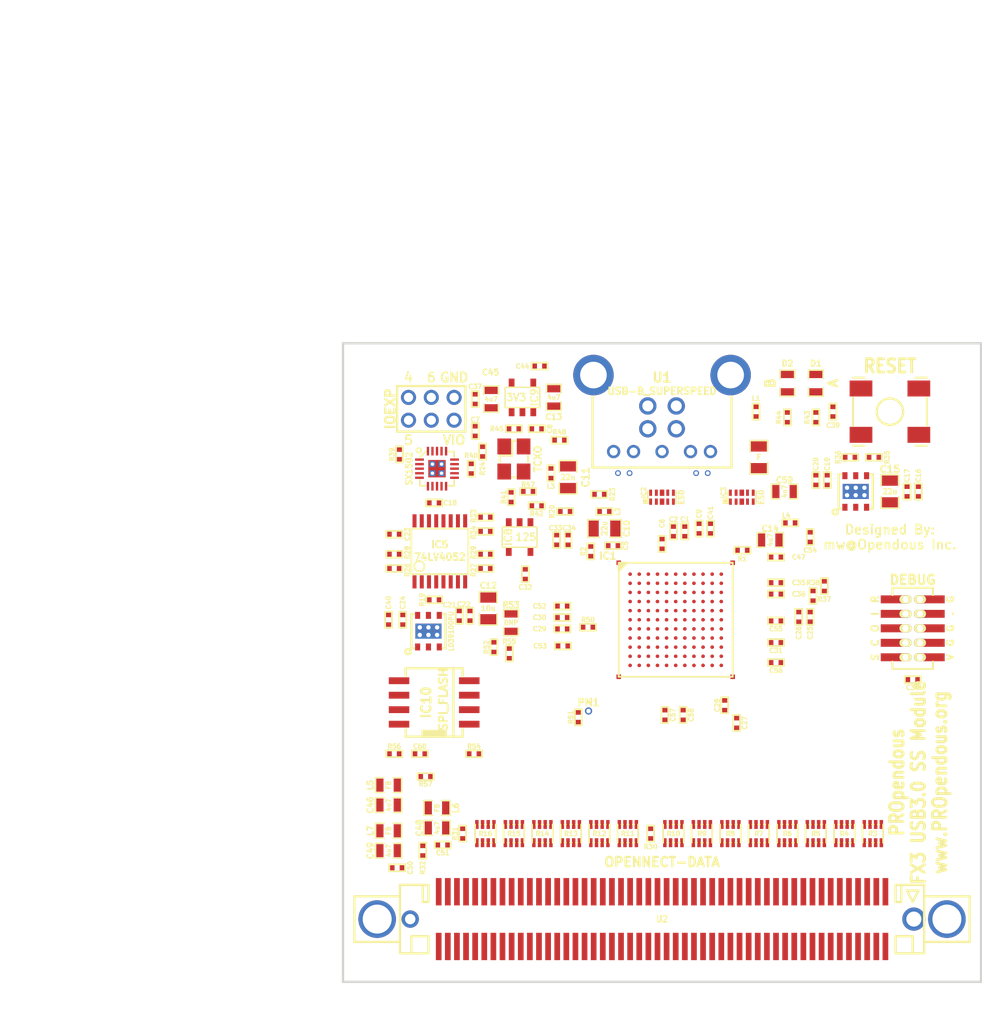
<source format=kicad_pcb>
(kicad_pcb (version 3) (host pcbnew "(2013-07-07 BZR 4022)-stable")
  (title_block (rev 1.0))
  (layers (15 F.Cu signal hide) (2 Inner2.Cu power hide) (1 Inner1.Cu mixed hide) (0 B.Cu signal hide) (19 F.Paste user) (21 F.SilkS user) (22 B.Mask user) (23 F.Mask user) (28 Edge.Cuts user))
  (net 0 "")
  (net 1 +3.3V)
  (net 2 +3.3V_BTB)
  (net 3 /26MHz_BTB)
  (net 4 /Power/1Y0)
  (net 5 /Power/1Y1)
  (net 6 /Power/1Y2)
  (net 7 /Power/1Y3)
  (net 8 /Power/VIO_ADJ)
  (net 9 /System/125_A)
  (net 10 /System/Dm)
  (net 11 /System/Dp)
  (net 12 /System/IOEXP_nRESET)
  (net 13 /System/SSRXm)
  (net 14 /System/SSRXp)
  (net 15 /System/SSTXm)
  (net 16 /System/SSTXm_AC)
  (net 17 /System/SSTXp)
  (net 18 /System/SSTXp_AC)
  (net 19 /System/TCXO_EN)
  (net 20 /System/TCXO_OUT)
  (net 21 /System/VBUS_F)
  (net 22 26MHz)
  (net 23 AVDD)
  (net 24 CLKIN)
  (net 25 FSLC0)
  (net 26 FSLC1)
  (net 27 FSLC2)
  (net 28 GND)
  (net 29 GNDSHIELD)
  (net 30 GPIO00)
  (net 31 GPIO00-DQ00)
  (net 32 GPIO01)
  (net 33 GPIO01-DQ01)
  (net 34 GPIO02)
  (net 35 GPIO02-DQ02)
  (net 36 GPIO03)
  (net 37 GPIO03-DQ03)
  (net 38 GPIO04)
  (net 39 GPIO04-DQ04)
  (net 40 GPIO05)
  (net 41 GPIO05-DQ05)
  (net 42 GPIO06)
  (net 43 GPIO06-DQ06)
  (net 44 GPIO07)
  (net 45 GPIO07-DQ07)
  (net 46 GPIO08)
  (net 47 GPIO08-DQ08)
  (net 48 GPIO09)
  (net 49 GPIO09-DQ09)
  (net 50 GPIO10)
  (net 51 GPIO10-DQ10)
  (net 52 GPIO11)
  (net 53 GPIO11-DQ11)
  (net 54 GPIO12)
  (net 55 GPIO12-DQ12)
  (net 56 GPIO13)
  (net 57 GPIO13-DQ13)
  (net 58 GPIO14)
  (net 59 GPIO14-DQ14)
  (net 60 GPIO15)
  (net 61 GPIO15-DQ15)
  (net 62 GPIO16)
  (net 63 GPIO16-PCLK)
  (net 64 GPIO17)
  (net 65 GPIO17-CTL00)
  (net 66 GPIO18)
  (net 67 GPIO18-CTL01)
  (net 68 GPIO19)
  (net 69 GPIO19-CTL02)
  (net 70 GPIO20)
  (net 71 GPIO20-CTL03)
  (net 72 GPIO21)
  (net 73 GPIO21-CTL04)
  (net 74 GPIO22)
  (net 75 GPIO22-CTL05)
  (net 76 GPIO23)
  (net 77 GPIO23-CTL06)
  (net 78 GPIO24)
  (net 79 GPIO24-CTL07)
  (net 80 GPIO25)
  (net 81 GPIO25-CTL08)
  (net 82 GPIO26)
  (net 83 GPIO26-CTL09)
  (net 84 GPIO27)
  (net 85 GPIO27-CTL10)
  (net 86 GPIO28)
  (net 87 GPIO28-CTL11)
  (net 88 GPIO29)
  (net 89 GPIO29-CTL12)
  (net 90 GPIO30-PMODE0)
  (net 91 GPIO31-PMODE1)
  (net 92 GPIO32-PMODE2)
  (net 93 GPIO33)
  (net 94 GPIO33-DQ16)
  (net 95 GPIO34)
  (net 96 GPIO34-DQ17)
  (net 97 GPIO35)
  (net 98 GPIO35-DQ18)
  (net 99 GPIO36)
  (net 100 GPIO36-DQ19)
  (net 101 GPIO37)
  (net 102 GPIO37-DQ20)
  (net 103 GPIO38)
  (net 104 GPIO38-DQ21)
  (net 105 GPIO39)
  (net 106 GPIO39-DQ22)
  (net 107 GPIO40)
  (net 108 GPIO40-DQ23)
  (net 109 GPIO41)
  (net 110 GPIO41-DQ24)
  (net 111 GPIO42)
  (net 112 GPIO42-DQ25)
  (net 113 GPIO43)
  (net 114 GPIO43-DQ26)
  (net 115 GPIO44)
  (net 116 GPIO44-DQ27)
  (net 117 GPIO45)
  (net 118 GPIO45_BTB)
  (net 119 GPIO46)
  (net 120 GPIO46-DQ28)
  (net 121 GPIO47)
  (net 122 GPIO47-DQ29)
  (net 123 GPIO48)
  (net 124 GPIO48-DQ30)
  (net 125 GPIO49)
  (net 126 GPIO49-DQ31)
  (net 127 GPIO50)
  (net 128 GPIO50-I2S_CLK)
  (net 129 GPIO51)
  (net 130 GPIO51-I2S_SD)
  (net 131 GPIO52)
  (net 132 GPIO52-I2S_WS)
  (net 133 GPIO53)
  (net 134 GPIO53-UART_RTS-SPI_SCK)
  (net 135 GPIO54)
  (net 136 GPIO54-UART_CTS-SPI_nSS)
  (net 137 GPIO55)
  (net 138 GPIO55-UART_TX-SPI_MISO)
  (net 139 GPIO56)
  (net 140 GPIO56-UART_RX-SPI_MOSI)
  (net 141 GPIO57)
  (net 142 GPIO57-I2S_MCLK)
  (net 143 GPIO58)
  (net 144 GPIO58-I2C_SCL)
  (net 145 GPIO59)
  (net 146 GPIO59-I2C_SDA)
  (net 147 IOEXP0)
  (net 148 IOEXP1)
  (net 149 IOEXP2)
  (net 150 IOEXP3)
  (net 151 IOEXP4)
  (net 152 IOEXP5)
  (net 153 IOEXP6)
  (net 154 IOEXP7)
  (net 155 N-00000132)
  (net 156 N-00000137)
  (net 157 N-00000148)
  (net 158 N-00000149)
  (net 159 N-00000162)
  (net 160 N-00000166)
  (net 161 N-00000173)
  (net 162 R_USB2)
  (net 163 R_USB3)
  (net 164 SPI_nWP)
  (net 165 TCK)
  (net 166 TDI)
  (net 167 TDO)
  (net 168 TMS)
  (net 169 U3RXVDDQ)
  (net 170 U3TXVDDQ)
  (net 171 VBUS)
  (net 172 VBUS_BTB)
  (net 173 VDD_1V2)
  (net 174 VIO)
  (net 175 VIO_BTB)
  (net 176 nINT)
  (net 177 nINT-CTL15)
  (net 178 nRESET)
  (net 179 nTRST)
  (module USB-B_USB3.0_SuperSpeed (layer F.Cu) (at 58 36.5 180)
    (fp_text reference U1 (at 0 3.5 180) (layer F.SilkS) (effects (font (size 0.8128 0.8128) (thickness 0.2032))))
    (fp_text value USB-B_SUPERSPEED (at 0 2.3 180) (layer F.SilkS) (effects (font (size 0.6096 0.6096) (thickness 0.1524))))
    (pad 0 thru_hole circle (at 6.02 3.71 180) (size 3.556 3.556) (drill 2.3368) (layers *.Cu *.Mask) (net 29 GNDSHIELD))
    (pad 1 thru_hole circle (at 1.25 -1 180) (size 1.524 1.524) (drill 0.9652) (layers *.Cu *.Mask) (net 21 /System/VBUS_F))
    (pad 2 thru_hole circle (at -1.25 -1 180) (size 1.524 1.524) (drill 0.9652) (layers *.Cu *.Mask) (net 10 /System/Dm))
    (pad 0 thru_hole circle (at -6.02 3.71 180) (size 3.556 3.556) (drill 2.3368) (layers *.Cu *.Mask) (net 29 GNDSHIELD))
    (pad 4 thru_hole circle (at 1.25 1 180) (size 1.524 1.524) (drill 0.9652) (layers *.Cu *.Mask) (net 28 GND))
    (pad 3 thru_hole circle (at -1.25 1 180) (size 1.524 1.524) (drill 0.9652) (layers *.Cu *.Mask) (net 11 /System/Dp))
    (pad 7 thru_hole circle (at 0 -3 180) (size 1.1684 1.1684) (drill 0.7112) (layers *.Cu *.Mask) (net 28 GND))
    (pad 8 thru_hole circle (at 2.5 -3 180) (size 1.1684 1.1684) (drill 0.7112) (layers *.Cu *.Mask) (net 13 /System/SSRXm))
    (pad 9 thru_hole circle (at 4.25 -3 180) (size 1.1684 1.1684) (drill 0.7112) (layers *.Cu *.Mask) (net 14 /System/SSRXp))
    (pad 5 thru_hole circle (at -4.25 -3 180) (size 1.1684 1.1684) (drill 0.7112) (layers *.Cu *.Mask) (net 16 /System/SSTXm_AC))
    (pad 6 thru_hole circle (at -2.5 -3 180) (size 1.1684 1.1684) (drill 0.7112) (layers *.Cu *.Mask) (net 18 /System/SSTXp_AC))
  )
  (module QFN20_0.4mmPitch_SX150x (layer F.Cu) (at 38.25 41)
    (fp_text reference IC7 hide)
    (fp_text value SX1502 (at -2.45 0 90) (layer F.SilkS) (effects (font (size 0.5588 0.508) (thickness 0.127))))
    (pad 1 smd rect (at -1.5375 -0.79756 90) (size 0.2032 0.762) (layers F.Cu F.Paste F.Mask) (net 12 /System/IOEXP_nRESET))
    (pad 6 smd rect (at -0.79756 1.5375) (size 0.2032 0.762) (layers F.Cu F.Paste F.Mask) (net 148 IOEXP1))
    (pad 11 smd rect (at 1.5375 0.79756 270) (size 0.2032 0.762) (layers F.Cu F.Paste F.Mask))
    (pad 16 smd rect (at 0.79756 -1.5375) (size 0.2032 0.762) (layers F.Cu F.Paste F.Mask) (net 152 IOEXP5))
    (pad 2 smd rect (at -1.5375 -0.39878 90) (size 0.2032 0.762) (layers F.Cu F.Paste F.Mask) (net 145 GPIO59))
    (pad 7 smd rect (at -0.39878 1.5375) (size 0.2032 0.762) (layers F.Cu F.Paste F.Mask) (net 171 VBUS))
    (pad 12 smd rect (at 1.5375 0.39878 270) (size 0.2032 0.762) (layers F.Cu F.Paste F.Mask) (net 159 N-00000162))
    (pad 17 smd rect (at 0.39878 -1.5375) (size 0.2032 0.762) (layers F.Cu F.Paste F.Mask) (net 174 VIO))
    (pad 3 smd rect (at -1.5375 0 90) (size 0.2032 0.762) (layers F.Cu F.Paste F.Mask))
    (pad 8 smd rect (at 0 1.5375) (size 0.2032 0.762) (layers F.Cu F.Paste F.Mask) (net 28 GND))
    (pad 13 smd rect (at 1.5375 0 270) (size 0.2032 0.762) (layers F.Cu F.Paste F.Mask))
    (pad 18 smd rect (at 0 -1.5375) (size 0.2032 0.762) (layers F.Cu F.Paste F.Mask) (net 28 GND))
    (pad 4 smd rect (at -1.5375 0.39878 90) (size 0.2032 0.762) (layers F.Cu F.Paste F.Mask) (net 143 GPIO58))
    (pad 9 smd rect (at 0.39878 1.5375) (size 0.2032 0.762) (layers F.Cu F.Paste F.Mask) (net 149 IOEXP2))
    (pad 14 smd rect (at 1.5375 -0.39878 270) (size 0.2032 0.762) (layers F.Cu F.Paste F.Mask) (net 174 VIO))
    (pad 19 smd rect (at -0.39878 -1.5375) (size 0.2032 0.762) (layers F.Cu F.Paste F.Mask) (net 153 IOEXP6))
    (pad 5 smd rect (at -1.5375 0.79756 90) (size 0.2032 0.762) (layers F.Cu F.Paste F.Mask) (net 147 IOEXP0))
    (pad 10 smd rect (at 0.79756 1.5375) (size 0.2032 0.762) (layers F.Cu F.Paste F.Mask) (net 150 IOEXP3))
    (pad 15 smd rect (at 1.5375 -0.79756 270) (size 0.2032 0.762) (layers F.Cu F.Paste F.Mask) (net 151 IOEXP4))
    (pad 20 smd rect (at -0.79756 -1.5375) (size 0.2032 0.762) (layers F.Cu F.Paste F.Mask) (net 154 IOEXP7))
    (pad 8 thru_hole rect (at -0.4 -0.4 270) (size 0.508 0.508) (drill 0.3048) (layers *.Cu F.Paste F.Mask) (net 28 GND))
    (pad 8 thru_hole rect (at 0.4 -0.4 270) (size 0.508 0.508) (drill 0.3048) (layers *.Cu F.Paste F.Mask) (net 28 GND))
    (pad 8 thru_hole rect (at 0.4 0.4 270) (size 0.508 0.508) (drill 0.3048) (layers *.Cu F.Paste F.Mask) (net 28 GND))
    (pad 8 thru_hole rect (at -0.4 0.4 270) (size 0.508 0.508) (drill 0.3048) (layers *.Cu F.Paste F.Mask) (net 28 GND))
    (pad 8 smd rect (at 0 0 270) (size 1.524 1.524) (layers F.Cu F.Mask) (net 28 GND))
  )
  (module DIL_6108x_BTB_Connector (layer F.Cu) (at 58 80.5 180)
    (fp_text reference U2 (at 0 0 180) (layer F.SilkS) (effects (font (size 0.5588 0.508) (thickness 0.127))))
    (fp_text value OPENNECT-DATA (at 0 5 180) (layer F.SilkS) (effects (font (size 0.8128 0.8128) (thickness 0.2032))))
    (pad 1 smd rect (at -19.60372 2.4003 180) (size 0.50038 2.4003) (layers F.Cu F.Paste F.Mask) (net 28 GND))
    (pad 100 smd rect (at -19.60372 -2.4003 180) (size 0.50038 2.4003) (layers F.Cu F.Paste F.Mask) (net 28 GND))
    (pad 2 smd rect (at -18.80362 2.4003 180) (size 0.50038 2.4003) (layers F.Cu F.Paste F.Mask) (net 31 GPIO00-DQ00))
    (pad 99 smd rect (at -18.80362 -2.4003 180) (size 0.50038 2.4003) (layers F.Cu F.Paste F.Mask) (net 28 GND))
    (pad 3 smd rect (at -18.00352 2.4003 180) (size 0.50038 2.4003) (layers F.Cu F.Paste F.Mask) (net 33 GPIO01-DQ01))
    (pad 98 smd rect (at -18.00352 -2.4003 180) (size 0.50038 2.4003) (layers F.Cu F.Paste F.Mask) (net 35 GPIO02-DQ02))
    (pad 4 smd rect (at -17.20342 2.4003 180) (size 0.50038 2.4003) (layers F.Cu F.Paste F.Mask) (net 28 GND))
    (pad 97 smd rect (at -17.20342 -2.4003 180) (size 0.50038 2.4003) (layers F.Cu F.Paste F.Mask) (net 37 GPIO03-DQ03))
    (pad 5 smd rect (at -16.40332 2.4003 180) (size 0.50038 2.4003) (layers F.Cu F.Paste F.Mask) (net 39 GPIO04-DQ04))
    (pad 96 smd rect (at -16.40332 -2.4003 180) (size 0.50038 2.4003) (layers F.Cu F.Paste F.Mask) (net 28 GND))
    (pad 6 smd rect (at -15.60322 2.4003 180) (size 0.50038 2.4003) (layers F.Cu F.Paste F.Mask) (net 41 GPIO05-DQ05))
    (pad 95 smd rect (at -15.60322 -2.4003 180) (size 0.50038 2.4003) (layers F.Cu F.Paste F.Mask) (net 43 GPIO06-DQ06))
    (pad 7 smd rect (at -14.80312 2.4003 180) (size 0.50038 2.4003) (layers F.Cu F.Paste F.Mask) (net 28 GND))
    (pad 94 smd rect (at -14.80312 -2.4003 180) (size 0.50038 2.4003) (layers F.Cu F.Paste F.Mask) (net 45 GPIO07-DQ07))
    (pad 8 smd rect (at -14.00302 2.4003 180) (size 0.50038 2.4003) (layers F.Cu F.Paste F.Mask) (net 47 GPIO08-DQ08))
    (pad 93 smd rect (at -14.00302 -2.4003 180) (size 0.50038 2.4003) (layers F.Cu F.Paste F.Mask) (net 28 GND))
    (pad 9 smd rect (at -13.20292 2.4003 180) (size 0.50038 2.4003) (layers F.Cu F.Paste F.Mask) (net 49 GPIO09-DQ09))
    (pad 92 smd rect (at -13.20292 -2.4003 180) (size 0.50038 2.4003) (layers F.Cu F.Paste F.Mask) (net 51 GPIO10-DQ10))
    (pad 10 smd rect (at -12.40282 2.4003 180) (size 0.50038 2.4003) (layers F.Cu F.Paste F.Mask) (net 28 GND))
    (pad 91 smd rect (at -12.40282 -2.4003 180) (size 0.50038 2.4003) (layers F.Cu F.Paste F.Mask) (net 53 GPIO11-DQ11))
    (pad 11 smd rect (at -11.60272 2.4003 180) (size 0.50038 2.4003) (layers F.Cu F.Paste F.Mask) (net 55 GPIO12-DQ12))
    (pad 90 smd rect (at -11.60272 -2.4003 180) (size 0.50038 2.4003) (layers F.Cu F.Paste F.Mask) (net 28 GND))
    (pad 12 smd rect (at -10.80262 2.4003 180) (size 0.50038 2.4003) (layers F.Cu F.Paste F.Mask) (net 57 GPIO13-DQ13))
    (pad 89 smd rect (at -10.80262 -2.4003 180) (size 0.50038 2.4003) (layers F.Cu F.Paste F.Mask) (net 59 GPIO14-DQ14))
    (pad 13 smd rect (at -10.00252 2.4003 180) (size 0.50038 2.4003) (layers F.Cu F.Paste F.Mask) (net 28 GND))
    (pad 88 smd rect (at -10.00252 -2.4003 180) (size 0.50038 2.4003) (layers F.Cu F.Paste F.Mask) (net 61 GPIO15-DQ15))
    (pad 14 smd rect (at -9.20242 2.4003 180) (size 0.50038 2.4003) (layers F.Cu F.Paste F.Mask) (net 94 GPIO33-DQ16))
    (pad 87 smd rect (at -9.20242 -2.4003 180) (size 0.50038 2.4003) (layers F.Cu F.Paste F.Mask) (net 28 GND))
    (pad 15 smd rect (at -8.40232 2.4003 180) (size 0.50038 2.4003) (layers F.Cu F.Paste F.Mask) (net 96 GPIO34-DQ17))
    (pad 86 smd rect (at -8.40232 -2.4003 180) (size 0.50038 2.4003) (layers F.Cu F.Paste F.Mask) (net 98 GPIO35-DQ18))
    (pad 16 smd rect (at -7.60222 2.4003 180) (size 0.50038 2.4003) (layers F.Cu F.Paste F.Mask) (net 28 GND))
    (pad 85 smd rect (at -7.60222 -2.4003 180) (size 0.50038 2.4003) (layers F.Cu F.Paste F.Mask) (net 100 GPIO36-DQ19))
    (pad 17 smd rect (at -6.80212 2.4003 180) (size 0.50038 2.4003) (layers F.Cu F.Paste F.Mask) (net 102 GPIO37-DQ20))
    (pad 84 smd rect (at -6.80212 -2.4003 180) (size 0.50038 2.4003) (layers F.Cu F.Paste F.Mask) (net 28 GND))
    (pad 18 smd rect (at -6.00202 2.4003 180) (size 0.50038 2.4003) (layers F.Cu F.Paste F.Mask) (net 104 GPIO38-DQ21))
    (pad 83 smd rect (at -6.00202 -2.4003 180) (size 0.50038 2.4003) (layers F.Cu F.Paste F.Mask) (net 106 GPIO39-DQ22))
    (pad 19 smd rect (at -5.20192 2.4003 180) (size 0.50038 2.4003) (layers F.Cu F.Paste F.Mask) (net 28 GND))
    (pad 82 smd rect (at -5.20192 -2.4003 180) (size 0.50038 2.4003) (layers F.Cu F.Paste F.Mask) (net 108 GPIO40-DQ23))
    (pad 20 smd rect (at -4.40182 2.4003 180) (size 0.50038 2.4003) (layers F.Cu F.Paste F.Mask) (net 110 GPIO41-DQ24))
    (pad 81 smd rect (at -4.40182 -2.4003 180) (size 0.50038 2.4003) (layers F.Cu F.Paste F.Mask) (net 28 GND))
    (pad 21 smd rect (at -3.60172 2.4003 180) (size 0.50038 2.4003) (layers F.Cu F.Paste F.Mask) (net 112 GPIO42-DQ25))
    (pad 80 smd rect (at -3.60172 -2.4003 180) (size 0.50038 2.4003) (layers F.Cu F.Paste F.Mask) (net 114 GPIO43-DQ26))
    (pad 22 smd rect (at -2.80162 2.4003 180) (size 0.50038 2.4003) (layers F.Cu F.Paste F.Mask) (net 28 GND))
    (pad 79 smd rect (at -2.80162 -2.4003 180) (size 0.50038 2.4003) (layers F.Cu F.Paste F.Mask) (net 116 GPIO44-DQ27))
    (pad 23 smd rect (at -2.00152 2.4003 180) (size 0.50038 2.4003) (layers F.Cu F.Paste F.Mask) (net 120 GPIO46-DQ28))
    (pad 78 smd rect (at -2.00152 -2.4003 180) (size 0.50038 2.4003) (layers F.Cu F.Paste F.Mask) (net 28 GND))
    (pad 24 smd rect (at -1.20142 2.4003 180) (size 0.50038 2.4003) (layers F.Cu F.Paste F.Mask) (net 122 GPIO47-DQ29))
    (pad 77 smd rect (at -1.20142 -2.4003 180) (size 0.50038 2.4003) (layers F.Cu F.Paste F.Mask) (net 124 GPIO48-DQ30))
    (pad 25 smd rect (at -0.40132 2.4003 180) (size 0.50038 2.4003) (layers F.Cu F.Paste F.Mask) (net 28 GND))
    (pad 76 smd rect (at -0.40132 -2.4003 180) (size 0.50038 2.4003) (layers F.Cu F.Paste F.Mask) (net 126 GPIO49-DQ31))
    (pad 26 smd rect (at 0.39878 2.4003 180) (size 0.50038 2.4003) (layers F.Cu F.Paste F.Mask) (net 63 GPIO16-PCLK))
    (pad 75 smd rect (at 0.39878 -2.4003 180) (size 0.50038 2.4003) (layers F.Cu F.Paste F.Mask) (net 28 GND))
    (pad 27 smd rect (at 1.19888 2.4003 180) (size 0.50038 2.4003) (layers F.Cu F.Paste F.Mask) (net 28 GND))
    (pad 74 smd rect (at 1.19888 -2.4003 180) (size 0.50038 2.4003) (layers F.Cu F.Paste F.Mask) (net 65 GPIO17-CTL00))
    (pad 28 smd rect (at 1.99898 2.4003 180) (size 0.50038 2.4003) (layers F.Cu F.Paste F.Mask) (net 69 GPIO19-CTL02))
    (pad 73 smd rect (at 1.99898 -2.4003 180) (size 0.50038 2.4003) (layers F.Cu F.Paste F.Mask) (net 67 GPIO18-CTL01))
    (pad 29 smd rect (at 2.79908 2.4003 180) (size 0.50038 2.4003) (layers F.Cu F.Paste F.Mask) (net 71 GPIO20-CTL03))
    (pad 72 smd rect (at 2.79908 -2.4003 180) (size 0.50038 2.4003) (layers F.Cu F.Paste F.Mask) (net 28 GND))
    (pad 30 smd rect (at 3.59918 2.4003 180) (size 0.50038 2.4003) (layers F.Cu F.Paste F.Mask) (net 28 GND))
    (pad 71 smd rect (at 3.59918 -2.4003 180) (size 0.50038 2.4003) (layers F.Cu F.Paste F.Mask) (net 73 GPIO21-CTL04))
    (pad 31 smd rect (at 4.39928 2.4003 180) (size 0.50038 2.4003) (layers F.Cu F.Paste F.Mask) (net 77 GPIO23-CTL06))
    (pad 70 smd rect (at 4.39928 -2.4003 180) (size 0.50038 2.4003) (layers F.Cu F.Paste F.Mask) (net 75 GPIO22-CTL05))
    (pad 32 smd rect (at 5.19938 2.4003 180) (size 0.50038 2.4003) (layers F.Cu F.Paste F.Mask) (net 79 GPIO24-CTL07))
    (pad 69 smd rect (at 5.19938 -2.4003 180) (size 0.50038 2.4003) (layers F.Cu F.Paste F.Mask) (net 28 GND))
    (pad 33 smd rect (at 5.99948 2.4003 180) (size 0.50038 2.4003) (layers F.Cu F.Paste F.Mask) (net 28 GND))
    (pad 68 smd rect (at 5.99948 -2.4003 180) (size 0.50038 2.4003) (layers F.Cu F.Paste F.Mask) (net 81 GPIO25-CTL08))
    (pad 34 smd rect (at 6.79958 2.4003 180) (size 0.50038 2.4003) (layers F.Cu F.Paste F.Mask) (net 85 GPIO27-CTL10))
    (pad 67 smd rect (at 6.79958 -2.4003 180) (size 0.50038 2.4003) (layers F.Cu F.Paste F.Mask) (net 83 GPIO26-CTL09))
    (pad 35 smd rect (at 7.59968 2.4003 180) (size 0.50038 2.4003) (layers F.Cu F.Paste F.Mask) (net 87 GPIO28-CTL11))
    (pad 66 smd rect (at 7.59968 -2.4003 180) (size 0.50038 2.4003) (layers F.Cu F.Paste F.Mask) (net 28 GND))
    (pad 36 smd rect (at 8.39978 2.4003 180) (size 0.50038 2.4003) (layers F.Cu F.Paste F.Mask) (net 28 GND))
    (pad 65 smd rect (at 8.39978 -2.4003 180) (size 0.50038 2.4003) (layers F.Cu F.Paste F.Mask) (net 89 GPIO29-CTL12))
    (pad 37 smd rect (at 9.19988 2.4003 180) (size 0.50038 2.4003) (layers F.Cu F.Paste F.Mask) (net 128 GPIO50-I2S_CLK))
    (pad 64 smd rect (at 9.19988 -2.4003 180) (size 0.50038 2.4003) (layers F.Cu F.Paste F.Mask) (net 177 nINT-CTL15))
    (pad 38 smd rect (at 9.99998 2.4003 180) (size 0.50038 2.4003) (layers F.Cu F.Paste F.Mask) (net 130 GPIO51-I2S_SD))
    (pad 63 smd rect (at 9.99998 -2.4003 180) (size 0.50038 2.4003) (layers F.Cu F.Paste F.Mask) (net 28 GND))
    (pad 39 smd rect (at 10.80008 2.4003 180) (size 0.50038 2.4003) (layers F.Cu F.Paste F.Mask) (net 28 GND))
    (pad 62 smd rect (at 10.80008 -2.4003 180) (size 0.50038 2.4003) (layers F.Cu F.Paste F.Mask) (net 132 GPIO52-I2S_WS))
    (pad 40 smd rect (at 11.60018 2.4003 180) (size 0.50038 2.4003) (layers F.Cu F.Paste F.Mask) (net 136 GPIO54-UART_CTS-SPI_nSS))
    (pad 61 smd rect (at 11.60018 -2.4003 180) (size 0.50038 2.4003) (layers F.Cu F.Paste F.Mask) (net 142 GPIO57-I2S_MCLK))
    (pad 41 smd rect (at 12.40028 2.4003 180) (size 0.50038 2.4003) (layers F.Cu F.Paste F.Mask) (net 134 GPIO53-UART_RTS-SPI_SCK))
    (pad 60 smd rect (at 12.40028 -2.4003 180) (size 0.50038 2.4003) (layers F.Cu F.Paste F.Mask) (net 28 GND))
    (pad 42 smd rect (at 13.20038 2.4003 180) (size 0.50038 2.4003) (layers F.Cu F.Paste F.Mask) (net 28 GND))
    (pad 59 smd rect (at 13.20038 -2.4003 180) (size 0.50038 2.4003) (layers F.Cu F.Paste F.Mask) (net 138 GPIO55-UART_TX-SPI_MISO))
    (pad 43 smd rect (at 14.00048 2.4003 180) (size 0.50038 2.4003) (layers F.Cu F.Paste F.Mask) (net 144 GPIO58-I2C_SCL))
    (pad 58 smd rect (at 14.00048 -2.4003 180) (size 0.50038 2.4003) (layers F.Cu F.Paste F.Mask) (net 140 GPIO56-UART_RX-SPI_MOSI))
    (pad 44 smd rect (at 14.80058 2.4003 180) (size 0.50038 2.4003) (layers F.Cu F.Paste F.Mask) (net 146 GPIO59-I2C_SDA))
    (pad 57 smd rect (at 14.80058 -2.4003 180) (size 0.50038 2.4003) (layers F.Cu F.Paste F.Mask) (net 28 GND))
    (pad 45 smd rect (at 15.60068 2.4003 180) (size 0.50038 2.4003) (layers F.Cu F.Paste F.Mask) (net 28 GND))
    (pad 56 smd rect (at 15.60068 -2.4003 180) (size 0.50038 2.4003) (layers F.Cu F.Paste F.Mask) (net 118 GPIO45_BTB))
    (pad 46 smd rect (at 16.40078 2.4003 180) (size 0.50038 2.4003) (layers F.Cu F.Paste F.Mask) (net 175 VIO_BTB))
    (pad 55 smd rect (at 16.40078 -2.4003 180) (size 0.50038 2.4003) (layers F.Cu F.Paste F.Mask) (net 2 +3.3V_BTB))
    (pad 47 smd rect (at 17.20088 2.4003 180) (size 0.50038 2.4003) (layers F.Cu F.Paste F.Mask) (net 175 VIO_BTB))
    (pad 54 smd rect (at 17.20088 -2.4003 180) (size 0.50038 2.4003) (layers F.Cu F.Paste F.Mask) (net 28 GND))
    (pad 48 smd rect (at 18.00098 2.4003 180) (size 0.50038 2.4003) (layers F.Cu F.Paste F.Mask) (net 28 GND))
    (pad 53 smd rect (at 18.00098 -2.4003 180) (size 0.50038 2.4003) (layers F.Cu F.Paste F.Mask) (net 172 VBUS_BTB))
    (pad 49 smd rect (at 18.80108 2.4003 180) (size 0.50038 2.4003) (layers F.Cu F.Paste F.Mask) (net 3 /26MHz_BTB))
    (pad 52 smd rect (at 18.80108 -2.4003 180) (size 0.50038 2.4003) (layers F.Cu F.Paste F.Mask) (net 172 VBUS_BTB))
    (pad 50 smd rect (at 19.60118 2.4003 180) (size 0.50038 2.4003) (layers F.Cu F.Paste F.Mask) (net 28 GND))
    (pad 51 smd rect (at 19.60118 -2.4003 180) (size 0.50038 2.4003) (layers F.Cu F.Paste F.Mask) (net 28 GND))
    (pad 1 thru_hole circle (at -22.1 0 180) (size 2.032 2.032) (drill 1.3208) (layers *.Cu *.Mask) (net 28 GND))
    (pad 1 thru_hole circle (at 22.1 0 180) (size 1.524 1.524) (drill 0.9144) (layers *.Cu *.Mask) (net 28 GND))
    (pad 1 thru_hole circle (at 25 0 180) (size 3.302 3.302) (drill 2.54) (layers *.Cu *.Mask) (net 28 GND))
    (pad 1 thru_hole circle (at -25 0 180) (size 3.302 3.302) (drill 2.54) (layers *.Cu *.Mask) (net 28 GND))
  )
  (module PIN_ARRAY_3x2_2mm (layer F.Cu) (at 37.75 35.75)
    (fp_text reference P1 hide)
    (fp_text value IOEXP (at -3.6 0 90) (layer F.SilkS) (effects (font (size 0.8128 0.8128) (thickness 0.2032))))
    (fp_text user VIO (at 2 2.75) (layer F.SilkS) (effects (font (size 0.8128 0.8128) (thickness 0.1778))))
    (fp_text user GND (at 2 -2.75) (layer F.SilkS) (effects (font (size 0.8128 0.8128) (thickness 0.1778))))
    (fp_text user 5 (at -2 2.75) (layer F.SilkS) (effects (font (size 0.8128 0.8128) (thickness 0.1524))))
    (fp_text user 6 (at 0 -2.75) (layer F.SilkS) (effects (font (size 0.8128 0.8128) (thickness 0.1524))))
    (fp_text user 4 (at -2 -2.75) (layer F.SilkS) (effects (font (size 0.8128 0.8128) (thickness 0.1524))))
    (pad 1 thru_hole circle (at -2 -1) (size 1.3208 1.3208) (drill 0.8128) (layers *.Cu *.Mask) (net 151 IOEXP4))
    (pad 2 thru_hole circle (at -2 1) (size 1.3208 1.3208) (drill 0.8128) (layers *.Cu *.Mask) (net 152 IOEXP5))
    (pad 3 thru_hole circle (at 0 -1) (size 1.3208 1.3208) (drill 0.8128) (layers *.Cu *.Mask) (net 153 IOEXP6))
    (pad 4 thru_hole circle (at 0 1) (size 1.3208 1.3208) (drill 0.8128) (layers *.Cu *.Mask))
    (pad 5 thru_hole circle (at 2 -1) (size 1.3208 1.3208) (drill 0.8128) (layers *.Cu *.Mask) (net 28 GND))
    (pad 6 thru_hole circle (at 2 1) (size 1.3208 1.3208) (drill 0.8128) (layers *.Cu *.Mask) (net 174 VIO))
  )
  (module Switch_SMT_EVQ (layer F.Cu) (at 78 36)
    (fp_text reference SW1 hide)
    (fp_text value RESET (at 0 -4) (layer F.SilkS) (effects (font (size 1.1684 1.016) (thickness 0.254))))
    (pad 1 smd rect (at 2.54 -2.032) (size 1.99898 1.39954) (layers F.Cu F.Paste F.Mask) (net 28 GND))
    (pad 2 smd rect (at 2.54 2.032) (size 1.99898 1.39954) (layers F.Cu F.Paste F.Mask) (net 178 nRESET))
    (pad 1 smd rect (at -2.54 -2.032) (size 1.99898 1.39954) (layers F.Cu F.Paste F.Mask) (net 28 GND))
    (pad 2 smd rect (at -2.54 2.032) (size 1.99898 1.39954) (layers F.Cu F.Paste F.Mask) (net 178 nRESET))
  )
  (module SON10_ESD_DQA (layer F.Cu) (at 58 43.5)
    (fp_text reference IC2 (at -1.6 -0.4 90) (layer F.SilkS) (effects (font (size 0.4064 0.4064) (thickness 0.1016))))
    (fp_text value ESD (at 1.7 0 90) (layer F.SilkS) (effects (font (size 0.4572 0.4572) (thickness 0.1143))))
    (pad 10 smd rect (at -1 -0.39) (size 0.25 0.55) (layers F.Cu F.Paste F.Mask) (net 13 /System/SSRXm))
    (pad 8 smd rect (at 0 -0.39) (size 0.4 0.55) (layers F.Cu F.Paste F.Mask) (net 28 GND))
    (pad 9 smd rect (at -0.5 -0.39) (size 0.25 0.55) (layers F.Cu F.Paste F.Mask) (net 14 /System/SSRXp))
    (pad 6 smd rect (at 1 -0.39) (size 0.25 0.55) (layers F.Cu F.Paste F.Mask) (net 16 /System/SSTXm_AC))
    (pad 7 smd rect (at 0.5 -0.39) (size 0.25 0.55) (layers F.Cu F.Paste F.Mask) (net 18 /System/SSTXp_AC))
    (pad 4 smd rect (at 0.5 0.39) (size 0.25 0.55) (layers F.Cu F.Paste F.Mask) (net 18 /System/SSTXp_AC))
    (pad 5 smd rect (at 1 0.39) (size 0.25 0.55) (layers F.Cu F.Paste F.Mask) (net 16 /System/SSTXm_AC))
    (pad 2 smd rect (at -0.5 0.39) (size 0.25 0.55) (layers F.Cu F.Paste F.Mask) (net 14 /System/SSRXp))
    (pad 3 smd rect (at 0 0.39) (size 0.4 0.55) (layers F.Cu F.Paste F.Mask) (net 28 GND))
    (pad 1 smd rect (at -1 0.39) (size 0.25 0.55) (layers F.Cu F.Paste F.Mask) (net 13 /System/SSRXm))
  )
  (module SON10_ESD_DQA (layer F.Cu) (at 65 43.5)
    (fp_text reference IC3 (at -1.6 -0.4 90) (layer F.SilkS) (effects (font (size 0.4064 0.4064) (thickness 0.1016))))
    (fp_text value ESD (at 1.7 0 90) (layer F.SilkS) (effects (font (size 0.4572 0.4572) (thickness 0.1143))))
    (pad 10 smd rect (at -1 -0.39) (size 0.25 0.55) (layers F.Cu F.Paste F.Mask) (net 11 /System/Dp))
    (pad 8 smd rect (at 0 -0.39) (size 0.4 0.55) (layers F.Cu F.Paste F.Mask) (net 28 GND))
    (pad 9 smd rect (at -0.5 -0.39) (size 0.25 0.55) (layers F.Cu F.Paste F.Mask) (net 10 /System/Dm))
    (pad 6 smd rect (at 1 -0.39) (size 0.25 0.55) (layers F.Cu F.Paste F.Mask) (net 171 VBUS))
    (pad 7 smd rect (at 0.5 -0.39) (size 0.25 0.55) (layers F.Cu F.Paste F.Mask) (net 161 N-00000173))
    (pad 4 smd rect (at 0.5 0.39) (size 0.25 0.55) (layers F.Cu F.Paste F.Mask) (net 161 N-00000173))
    (pad 5 smd rect (at 1 0.39) (size 0.25 0.55) (layers F.Cu F.Paste F.Mask) (net 171 VBUS))
    (pad 2 smd rect (at -0.5 0.39) (size 0.25 0.55) (layers F.Cu F.Paste F.Mask) (net 10 /System/Dm))
    (pad 3 smd rect (at 0 0.39) (size 0.4 0.55) (layers F.Cu F.Paste F.Mask) (net 28 GND))
    (pad 1 smd rect (at -1 0.39) (size 0.25 0.55) (layers F.Cu F.Paste F.Mask) (net 11 /System/Dp))
  )
  (module JTAG_Cortex (layer F.Cu) (at 80 55 270)
    (fp_text reference U3 hide)
    (fp_text value DEBUG (at -4.25 0 360) (layer F.SilkS) (effects (font (size 0.8128 0.8128) (thickness 0.2032))))
    (fp_text user R (at -2.54 3.302 270) (layer F.SilkS) (effects (font (size 0.6096 0.6096) (thickness 0.1524))))
    (fp_text user G (at -2.54 -3.302 270) (layer F.SilkS) (effects (font (size 0.6096 0.6096) (thickness 0.1524))))
    (fp_text user O (at 0 3.302 270) (layer F.SilkS) (effects (font (size 0.6096 0.6096) (thickness 0.1524))))
    (fp_text user I (at -1.27 3.302 270) (layer F.SilkS) (effects (font (size 0.6096 0.6096) (thickness 0.1524))))
    (fp_text user C (at 1.27 3.302 270) (layer F.SilkS) (effects (font (size 0.6096 0.6096) (thickness 0.1524))))
    (fp_text user S (at 2.54 3.302 270) (layer F.SilkS) (effects (font (size 0.6096 0.6096) (thickness 0.1524))))
    (fp_text user V (at 2.54 -3.302 270) (layer F.SilkS) (effects (font (size 0.6096 0.6096) (thickness 0.1524))))
    (fp_text user G (at 1.27 -3.302 270) (layer F.SilkS) (effects (font (size 0.6096 0.6096) (thickness 0.1524))))
    (fp_text user . (at -1.27 -3.302 270) (layer F.SilkS) (effects (font (size 0.6096 0.6096) (thickness 0.1524))))
    (fp_text user G (at 0 -3.302 270) (layer F.SilkS) (effects (font (size 0.6096 0.6096) (thickness 0.1524))))
    (pad 2 smd rect (at 2.54 1.778 270) (size 0.6985 2.0574) (layers F.Cu F.Paste F.Mask) (net 168 TMS))
    (pad 4 smd rect (at 1.27 1.778 270) (size 0.6985 2.0574) (layers F.Cu F.Paste F.Mask) (net 165 TCK))
    (pad 6 smd rect (at 0 1.778 270) (size 0.6985 2.0574) (layers F.Cu F.Paste F.Mask) (net 167 TDO))
    (pad 8 smd rect (at -1.27 1.778 270) (size 0.6985 2.0574) (layers F.Cu F.Paste F.Mask) (net 166 TDI))
    (pad 10 smd rect (at -2.54 1.778 270) (size 0.6985 2.0574) (layers F.Cu F.Paste F.Mask) (net 179 nTRST))
    (pad 1 thru_hole oval (at 2.54 -0.635 270) (size 0.6985 1.0668) (drill 0.5334) (layers *.Cu *.Mask F.SilkS) (net 174 VIO))
    (pad 2 thru_hole oval (at 2.54 0.635 270) (size 0.6985 1.0668) (drill 0.5334) (layers *.Cu *.Mask F.SilkS) (net 168 TMS))
    (pad 3 thru_hole oval (at 1.27 -0.635 270) (size 0.6985 1.0668) (drill 0.5334) (layers *.Cu *.Mask F.SilkS) (net 28 GND))
    (pad 4 thru_hole oval (at 1.27 0.635 270) (size 0.6985 1.0668) (drill 0.5334) (layers *.Cu *.Mask F.SilkS) (net 165 TCK))
    (pad 5 thru_hole oval (at 0 -0.635 270) (size 0.6985 1.0668) (drill 0.5334) (layers *.Cu *.Mask F.SilkS) (net 28 GND))
    (pad 6 thru_hole oval (at 0 0.635 270) (size 0.6985 1.0668) (drill 0.5334) (layers *.Cu *.Mask F.SilkS) (net 167 TDO))
    (pad 7 thru_hole oval (at -1.27 -0.635 270) (size 0.6985 1.0668) (drill 0.5334) (layers *.Cu *.Mask F.SilkS))
    (pad 8 thru_hole oval (at -1.27 0.635 270) (size 0.6985 1.0668) (drill 0.5334) (layers *.Cu *.Mask F.SilkS) (net 166 TDI))
    (pad 9 thru_hole oval (at -2.54 -0.635 270) (size 0.6985 1.0668) (drill 0.5334) (layers *.Cu *.Mask F.SilkS) (net 28 GND))
    (pad 10 thru_hole oval (at -2.54 0.635 270) (size 0.6985 1.0668) (drill 0.5334) (layers *.Cu *.Mask F.SilkS) (net 179 nTRST))
    (pad 9 smd rect (at -2.54 -1.778 270) (size 0.6985 2.0574) (layers F.Cu F.Paste F.Mask) (net 28 GND))
    (pad 7 smd rect (at -1.27 -1.778 270) (size 0.6985 2.0574) (layers F.Cu F.Paste F.Mask))
    (pad 5 smd rect (at 0 -1.778 270) (size 0.6985 2.0574) (layers F.Cu F.Paste F.Mask) (net 28 GND))
    (pad 3 smd rect (at 1.27 -1.778 270) (size 0.6985 2.0574) (layers F.Cu F.Paste F.Mask) (net 28 GND))
    (pad 1 smd rect (at 2.54 -1.778 270) (size 0.6985 2.0574) (layers F.Cu F.Paste F.Mask) (net 174 VIO))
  )
  (module Crystal_3.2x2.5mm (layer F.Cu) (at 45 40.15 270)
    (fp_text reference X1 hide)
    (fp_text value TCXO (at 0 -2.1 270) (layer F.SilkS) (effects (font (size 0.6096 0.6096) (thickness 0.1524))))
    (pad 4 smd rect (at -1.09982 -0.8509 270) (size 1.39954 1.19888) (layers F.Cu F.Paste F.Mask) (net 1 +3.3V))
    (pad 3 smd rect (at 1.09982 -0.8509 270) (size 1.39954 1.19888) (layers F.Cu F.Paste F.Mask) (net 20 /System/TCXO_OUT))
    (pad 1 smd rect (at -1.09982 0.8509 270) (size 1.39954 1.19888) (layers F.Cu F.Paste F.Mask) (net 19 /System/TCXO_EN))
    (pad 2 smd rect (at 1.09982 0.8509 270) (size 1.39954 1.19888) (layers F.Cu F.Paste F.Mask) (net 28 GND))
  )
  (module BGA121_0.8mmPitch (layer F.Cu) (at 59.2 54.25)
    (fp_text reference IC1 (at -5.95 -5.6) (layer F.SilkS) (effects (font (size 0.6096 0.6096) (thickness 0.1524))))
    (fp_text value CYUSB30XX-BZX hide)
    (pad 0 smd rect (at 5 5) (size 0.4 0.4) (layers F.Cu F.Mask))
    (pad 0 smd rect (at -5 5) (size 0.4 0.4) (layers F.Cu F.Mask))
    (pad 0 smd rect (at 5 -5) (size 0.4 0.4) (layers F.Cu F.Mask))
    (pad A1 smd circle (at -4.0005 -4.0005) (size 0.3175 0.3175) (layers F.Cu F.Paste F.Mask) (net 28 GND))
    (pad B1 smd circle (at -4.0005 -3.2004) (size 0.3175 0.3175) (layers F.Cu F.Paste F.Mask) (net 174 VIO))
    (pad C1 smd circle (at -4.0005 -2.4003) (size 0.3175 0.3175) (layers F.Cu F.Paste F.Mask) (net 135 GPIO54))
    (pad D1 smd circle (at -4.0005 -1.6002) (size 0.3175 0.3175) (layers F.Cu F.Paste F.Mask) (net 127 GPIO50))
    (pad E1 smd circle (at -4.0005 -0.8001) (size 0.3175 0.3175) (layers F.Cu F.Paste F.Mask) (net 121 GPIO47))
    (pad F1 smd circle (at -4.0005 0) (size 0.3175 0.3175) (layers F.Cu F.Paste F.Mask) (net 174 VIO))
    (pad G1 smd circle (at -4.0005 0.8001) (size 0.3175 0.3175) (layers F.Cu F.Paste F.Mask) (net 28 GND))
    (pad H1 smd circle (at -4.0005 1.6002) (size 0.3175 0.3175) (layers F.Cu F.Paste F.Mask) (net 173 VDD_1V2))
    (pad J1 smd circle (at -4.0005 2.4003) (size 0.3175 0.3175) (layers F.Cu F.Paste F.Mask) (net 103 GPIO38))
    (pad K1 smd circle (at -4.0005 3.2004) (size 0.3175 0.3175) (layers F.Cu F.Paste F.Mask) (net 97 GPIO35))
    (pad L1 smd circle (at -4.0005 4.0005) (size 0.3175 0.3175) (layers F.Cu F.Paste F.Mask) (net 28 GND))
    (pad A2 smd circle (at -3.2004 -4.0005) (size 0.3175 0.3175) (layers F.Cu F.Paste F.Mask) (net 169 U3RXVDDQ))
    (pad B2 smd circle (at -3.2004 -3.2004) (size 0.3175 0.3175) (layers F.Cu F.Paste F.Mask) (net 25 FSLC0))
    (pad C2 smd circle (at -3.2004 -2.4003) (size 0.3175 0.3175) (layers F.Cu F.Paste F.Mask) (net 137 GPIO55))
    (pad D2 smd circle (at -3.2004 -1.6002) (size 0.3175 0.3175) (layers F.Cu F.Paste F.Mask) (net 129 GPIO51))
    (pad E2 smd circle (at -3.2004 -0.8001) (size 0.3175 0.3175) (layers F.Cu F.Paste F.Mask) (net 28 GND))
    (pad F2 smd circle (at -3.2004 0) (size 0.3175 0.3175) (layers F.Cu F.Paste F.Mask) (net 117 GPIO45))
    (pad G2 smd circle (at -3.2004 0.8001) (size 0.3175 0.3175) (layers F.Cu F.Paste F.Mask) (net 111 GPIO42))
    (pad H2 smd circle (at -3.2004 1.6002) (size 0.3175 0.3175) (layers F.Cu F.Paste F.Mask) (net 105 GPIO39))
    (pad J2 smd circle (at -3.2004 2.4003) (size 0.3175 0.3175) (layers F.Cu F.Paste F.Mask) (net 99 GPIO36))
    (pad K2 smd circle (at -3.2004 3.2004) (size 0.3175 0.3175) (layers F.Cu F.Paste F.Mask) (net 93 GPIO33))
    (pad L2 smd circle (at -3.2004 4.0005) (size 0.3175 0.3175) (layers F.Cu F.Paste F.Mask) (net 28 GND))
    (pad A3 smd circle (at -2.4003 -4.0005) (size 0.3175 0.3175) (layers F.Cu F.Paste F.Mask) (net 13 /System/SSRXm))
    (pad B3 smd circle (at -2.4003 -3.2004) (size 0.3175 0.3175) (layers F.Cu F.Paste F.Mask) (net 163 R_USB3))
    (pad C3 smd circle (at -2.4003 -2.4003) (size 0.3175 0.3175) (layers F.Cu F.Paste F.Mask) (net 173 VDD_1V2))
    (pad D3 smd circle (at -2.4003 -1.6002) (size 0.3175 0.3175) (layers F.Cu F.Paste F.Mask) (net 131 GPIO52))
    (pad E3 smd circle (at -2.4003 -0.8001) (size 0.3175 0.3175) (layers F.Cu F.Paste F.Mask) (net 174 VIO))
    (pad F3 smd circle (at -2.4003 0) (size 0.3175 0.3175) (layers F.Cu F.Paste F.Mask) (net 115 GPIO44))
    (pad G3 smd circle (at -2.4003 0.8001) (size 0.3175 0.3175) (layers F.Cu F.Paste F.Mask) (net 113 GPIO43))
    (pad H3 smd circle (at -2.4003 1.6002) (size 0.3175 0.3175) (layers F.Cu F.Paste F.Mask) (net 107 GPIO40))
    (pad J3 smd circle (at -2.4003 2.4003) (size 0.3175 0.3175) (layers F.Cu F.Paste F.Mask) (net 101 GPIO37))
    (pad K3 smd circle (at -2.4003 3.2004) (size 0.3175 0.3175) (layers F.Cu F.Paste F.Mask) (net 28 GND))
    (pad L3 smd circle (at -2.4003 4.0005) (size 0.3175 0.3175) (layers F.Cu F.Paste F.Mask) (net 28 GND))
    (pad A4 smd circle (at -1.6002 -4.0005) (size 0.3175 0.3175) (layers F.Cu F.Paste F.Mask) (net 14 /System/SSRXp))
    (pad B4 smd circle (at -1.6002 -3.2004) (size 0.3175 0.3175) (layers F.Cu F.Paste F.Mask) (net 26 FSLC1))
    (pad C4 smd circle (at -1.6002 -2.4003) (size 0.3175 0.3175) (layers F.Cu F.Paste F.Mask) (net 141 GPIO57))
    (pad D4 smd circle (at -1.6002 -1.6002) (size 0.3175 0.3175) (layers F.Cu F.Paste F.Mask) (net 133 GPIO53))
    (pad E4 smd circle (at -1.6002 -0.8001) (size 0.3175 0.3175) (layers F.Cu F.Paste F.Mask) (net 125 GPIO49))
    (pad F4 smd circle (at -1.6002 0) (size 0.3175 0.3175) (layers F.Cu F.Paste F.Mask) (net 109 GPIO41))
    (pad G4 smd circle (at -1.6002 0.8001) (size 0.3175 0.3175) (layers F.Cu F.Paste F.Mask) (net 90 GPIO30-PMODE0))
    (pad H4 smd circle (at -1.6002 1.6002) (size 0.3175 0.3175) (layers F.Cu F.Paste F.Mask) (net 91 GPIO31-PMODE1))
    (pad J4 smd circle (at -1.6002 2.4003) (size 0.3175 0.3175) (layers F.Cu F.Paste F.Mask) (net 95 GPIO34))
    (pad K4 smd circle (at -1.6002 3.2004) (size 0.3175 0.3175) (layers F.Cu F.Paste F.Mask) (net 28 GND))
    (pad L4 smd circle (at -1.6002 4.0005) (size 0.3175 0.3175) (layers F.Cu F.Paste F.Mask) (net 92 GPIO32-PMODE2))
    (pad A5 smd circle (at -0.8001 -4.0005) (size 0.3175 0.3175) (layers F.Cu F.Paste F.Mask) (net 17 /System/SSTXp))
    (pad B5 smd circle (at -0.8001 -3.2004) (size 0.3175 0.3175) (layers F.Cu F.Paste F.Mask) (net 170 U3TXVDDQ))
    (pad C5 smd circle (at -0.8001 -2.4003) (size 0.3175 0.3175) (layers F.Cu F.Paste F.Mask) (net 178 nRESET))
    (pad D5 smd circle (at -0.8001 -1.6002) (size 0.3175 0.3175) (layers F.Cu F.Paste F.Mask) (net 139 GPIO56))
    (pad E5 smd circle (at -0.8001 -0.8001) (size 0.3175 0.3175) (layers F.Cu F.Paste F.Mask) (net 123 GPIO48))
    (pad F5 smd circle (at -0.8001 0) (size 0.3175 0.3175) (layers F.Cu F.Paste F.Mask) (net 119 GPIO46))
    (pad G5 smd circle (at -0.8001 0.8001) (size 0.3175 0.3175) (layers F.Cu F.Paste F.Mask) (net 80 GPIO25))
    (pad H5 smd circle (at -0.8001 1.6002) (size 0.3175 0.3175) (layers F.Cu F.Paste F.Mask) (net 88 GPIO29))
    (pad J5 smd circle (at -0.8001 2.4003) (size 0.3175 0.3175) (layers F.Cu F.Paste F.Mask) (net 86 GPIO28))
    (pad K5 smd circle (at -0.8001 3.2004) (size 0.3175 0.3175) (layers F.Cu F.Paste F.Mask) (net 84 GPIO27))
    (pad L5 smd circle (at -0.8001 4.0005) (size 0.3175 0.3175) (layers F.Cu F.Paste F.Mask) (net 173 VDD_1V2))
    (pad A6 smd circle (at 0 -4.0005) (size 0.3175 0.3175) (layers F.Cu F.Paste F.Mask) (net 15 /System/SSTXm))
    (pad B6 smd circle (at 0 -3.2004) (size 0.3175 0.3175) (layers F.Cu F.Paste F.Mask) (net 1 +3.3V))
    (pad C6 smd circle (at 0 -2.4003) (size 0.3175 0.3175) (layers F.Cu F.Paste F.Mask))
    (pad D6 smd circle (at 0 -1.6002) (size 0.3175 0.3175) (layers F.Cu F.Paste F.Mask))
    (pad E6 smd circle (at 0 -0.8001) (size 0.3175 0.3175) (layers F.Cu F.Paste F.Mask) (net 27 FSLC2))
    (pad F6 smd circle (at 0 0) (size 0.3175 0.3175) (layers F.Cu F.Paste F.Mask) (net 165 TCK))
    (pad G6 smd circle (at 0 0.8001) (size 0.3175 0.3175) (layers F.Cu F.Paste F.Mask) (net 74 GPIO22))
    (pad H6 smd circle (at 0 1.6002) (size 0.3175 0.3175) (layers F.Cu F.Paste F.Mask) (net 82 GPIO26))
    (pad J6 smd circle (at 0 2.4003) (size 0.3175 0.3175) (layers F.Cu F.Paste F.Mask) (net 62 GPIO16))
    (pad K6 smd circle (at 0 3.2004) (size 0.3175 0.3175) (layers F.Cu F.Paste F.Mask) (net 76 GPIO23))
    (pad L6 smd circle (at 0 4.0005) (size 0.3175 0.3175) (layers F.Cu F.Paste F.Mask) (net 28 GND))
    (pad A7 smd circle (at 0.8001 -4.0005) (size 0.3175 0.3175) (layers F.Cu F.Paste F.Mask) (net 23 AVDD))
    (pad B7 smd circle (at 0.8001 -3.2004) (size 0.3175 0.3175) (layers F.Cu F.Paste F.Mask) (net 28 GND))
    (pad C7 smd circle (at 0.8001 -2.4003) (size 0.3175 0.3175) (layers F.Cu F.Paste F.Mask))
    (pad D7 smd circle (at 0.8001 -1.6002) (size 0.3175 0.3175) (layers F.Cu F.Paste F.Mask) (net 24 CLKIN))
    (pad E7 smd circle (at 0.8001 -0.8001) (size 0.3175 0.3175) (layers F.Cu F.Paste F.Mask) (net 166 TDI))
    (pad F7 smd circle (at 0.8001 0) (size 0.3175 0.3175) (layers F.Cu F.Paste F.Mask) (net 34 GPIO02))
    (pad G7 smd circle (at 0.8001 0.8001) (size 0.3175 0.3175) (layers F.Cu F.Paste F.Mask) (net 72 GPIO21))
    (pad H7 smd circle (at 0.8001 1.6002) (size 0.3175 0.3175) (layers F.Cu F.Paste F.Mask) (net 70 GPIO20))
    (pad J7 smd circle (at 0.8001 2.4003) (size 0.3175 0.3175) (layers F.Cu F.Paste F.Mask) (net 68 GPIO19))
    (pad K7 smd circle (at 0.8001 3.2004) (size 0.3175 0.3175) (layers F.Cu F.Paste F.Mask) (net 66 GPIO18))
    (pad L7 smd circle (at 0.8001 4.0005) (size 0.3175 0.3175) (layers F.Cu F.Paste F.Mask) (net 173 VDD_1V2))
    (pad A8 smd circle (at 1.6002 -4.0005) (size 0.3175 0.3175) (layers F.Cu F.Paste F.Mask) (net 28 GND))
    (pad B8 smd circle (at 1.6002 -3.2004) (size 0.3175 0.3175) (layers F.Cu F.Paste F.Mask) (net 28 GND))
    (pad C8 smd circle (at 1.6002 -2.4003) (size 0.3175 0.3175) (layers F.Cu F.Paste F.Mask) (net 162 R_USB2))
    (pad D8 smd circle (at 1.6002 -1.6002) (size 0.3175 0.3175) (layers F.Cu F.Paste F.Mask) (net 28 GND))
    (pad E8 smd circle (at 1.6002 -0.8001) (size 0.3175 0.3175) (layers F.Cu F.Paste F.Mask) (net 168 TMS))
    (pad F8 smd circle (at 1.6002 0) (size 0.3175 0.3175) (layers F.Cu F.Paste F.Mask) (net 40 GPIO05))
    (pad G8 smd circle (at 1.6002 0.8001) (size 0.3175 0.3175) (layers F.Cu F.Paste F.Mask) (net 60 GPIO15))
    (pad H8 smd circle (at 1.6002 1.6002) (size 0.3175 0.3175) (layers F.Cu F.Paste F.Mask) (net 78 GPIO24))
    (pad J8 smd circle (at 1.6002 2.4003) (size 0.3175 0.3175) (layers F.Cu F.Paste F.Mask) (net 58 GPIO14))
    (pad K8 smd circle (at 1.6002 3.2004) (size 0.3175 0.3175) (layers F.Cu F.Paste F.Mask) (net 64 GPIO17))
    (pad L8 smd circle (at 1.6002 4.0005) (size 0.3175 0.3175) (layers F.Cu F.Paste F.Mask) (net 176 nINT))
    (pad A9 smd circle (at 2.4003 -4.0005) (size 0.3175 0.3175) (layers F.Cu F.Paste F.Mask) (net 11 /System/Dp))
    (pad B9 smd circle (at 2.4003 -3.2004) (size 0.3175 0.3175) (layers F.Cu F.Paste F.Mask) (net 28 GND))
    (pad C9 smd circle (at 2.4003 -2.4003) (size 0.3175 0.3175) (layers F.Cu F.Paste F.Mask))
    (pad D9 smd circle (at 2.4003 -1.6002) (size 0.3175 0.3175) (layers F.Cu F.Paste F.Mask) (net 143 GPIO58))
    (pad E9 smd circle (at 2.4003 -0.8001) (size 0.3175 0.3175) (layers F.Cu F.Paste F.Mask) (net 173 VDD_1V2))
    (pad F9 smd circle (at 2.4003 0) (size 0.3175 0.3175) (layers F.Cu F.Paste F.Mask) (net 32 GPIO01))
    (pad G9 smd circle (at 2.4003 0.8001) (size 0.3175 0.3175) (layers F.Cu F.Paste F.Mask) (net 38 GPIO04))
    (pad H9 smd circle (at 2.4003 1.6002) (size 0.3175 0.3175) (layers F.Cu F.Paste F.Mask) (net 44 GPIO07))
    (pad J9 smd circle (at 2.4003 2.4003) (size 0.3175 0.3175) (layers F.Cu F.Paste F.Mask) (net 48 GPIO09))
    (pad K9 smd circle (at 2.4003 3.2004) (size 0.3175 0.3175) (layers F.Cu F.Paste F.Mask) (net 56 GPIO13))
    (pad L9 smd circle (at 2.4003 4.0005) (size 0.3175 0.3175) (layers F.Cu F.Paste F.Mask) (net 174 VIO))
    (pad A10 smd circle (at 3.2004 -4.0005) (size 0.3175 0.3175) (layers F.Cu F.Paste F.Mask) (net 10 /System/Dm))
    (pad B10 smd circle (at 3.2004 -3.2004) (size 0.3175 0.3175) (layers F.Cu F.Paste F.Mask) (net 173 VDD_1V2))
    (pad C10 smd circle (at 3.2004 -2.4003) (size 0.3175 0.3175) (layers F.Cu F.Paste F.Mask) (net 167 TDO))
    (pad D10 smd circle (at 3.2004 -1.6002) (size 0.3175 0.3175) (layers F.Cu F.Paste F.Mask) (net 145 GPIO59))
    (pad E10 smd circle (at 3.2004 -0.8001) (size 0.3175 0.3175) (layers F.Cu F.Paste F.Mask) (net 171 VBUS))
    (pad F10 smd circle (at 3.2004 0) (size 0.3175 0.3175) (layers F.Cu F.Paste F.Mask) (net 30 GPIO00))
    (pad G10 smd circle (at 3.2004 0.8001) (size 0.3175 0.3175) (layers F.Cu F.Paste F.Mask) (net 36 GPIO03))
    (pad H10 smd circle (at 3.2004 1.6002) (size 0.3175 0.3175) (layers F.Cu F.Paste F.Mask) (net 42 GPIO06))
    (pad J10 smd circle (at 3.2004 2.4003) (size 0.3175 0.3175) (layers F.Cu F.Paste F.Mask) (net 46 GPIO08))
    (pad K10 smd circle (at 3.2004 3.2004) (size 0.3175 0.3175) (layers F.Cu F.Paste F.Mask) (net 54 GPIO12))
    (pad L10 smd circle (at 3.2004 4.0005) (size 0.3175 0.3175) (layers F.Cu F.Paste F.Mask) (net 52 GPIO11))
    (pad A11 smd circle (at 4.0005 -4.0005) (size 0.3175 0.3175) (layers F.Cu F.Paste F.Mask))
    (pad B11 smd circle (at 4.0005 -3.2004) (size 0.3175 0.3175) (layers F.Cu F.Paste F.Mask) (net 179 nTRST))
    (pad C11 smd circle (at 4.0005 -2.4003) (size 0.3175 0.3175) (layers F.Cu F.Paste F.Mask) (net 174 VIO))
    (pad D11 smd circle (at 4.0005 -1.6002) (size 0.3175 0.3175) (layers F.Cu F.Paste F.Mask))
    (pad E11 smd circle (at 4.0005 -0.8001) (size 0.3175 0.3175) (layers F.Cu F.Paste F.Mask) (net 171 VBUS))
    (pad F11 smd circle (at 4.0005 0) (size 0.3175 0.3175) (layers F.Cu F.Paste F.Mask) (net 173 VDD_1V2))
    (pad G11 smd circle (at 4.0005 0.8001) (size 0.3175 0.3175) (layers F.Cu F.Paste F.Mask) (net 28 GND))
    (pad H11 smd circle (at 4.0005 1.6002) (size 0.3175 0.3175) (layers F.Cu F.Paste F.Mask) (net 174 VIO))
    (pad J11 smd circle (at 4.0005 2.4003) (size 0.3175 0.3175) (layers F.Cu F.Paste F.Mask) (net 173 VDD_1V2))
    (pad K11 smd circle (at 4.0005 3.2004) (size 0.3175 0.3175) (layers F.Cu F.Paste F.Mask) (net 50 GPIO10))
    (pad L11 smd circle (at 4.0005 4.0005) (size 0.3175 0.3175) (layers F.Cu F.Paste F.Mask) (net 28 GND))
    (pad 0 smd rect (at -5 -5) (size 0.4 0.4) (layers F.Cu F.Mask))
  )
  (module 1Pin_12mil_VIA (layer F.Cu) (at 54.134 41.39)
    (fp_text reference V1 hide)
    (fp_text value VIA hide)
    (pad 1 thru_hole circle (at 0 0) (size 0.508 0.508) (drill 0.3048) (layers *.Cu) (net 13 /System/SSRXm))
  )
  (module 1Pin_12mil_VIA (layer F.Cu) (at 55.15 41.39)
    (fp_text reference V2 hide)
    (fp_text value VIA hide)
    (pad 1 thru_hole circle (at 0 0) (size 0.508 0.508) (drill 0.3048) (layers *.Cu) (net 14 /System/SSRXp))
  )
  (module 1Pin_12mil_VIA (layer F.Cu) (at 62.008 41.39)
    (fp_text reference V3 hide)
    (fp_text value VIA hide)
    (pad 1 thru_hole circle (at 0 0) (size 0.508 0.508) (drill 0.3048) (layers *.Cu) (net 16 /System/SSTXm_AC))
  )
  (module 1Pin_12mil_VIA (layer F.Cu) (at 60.992 41.39)
    (fp_text reference V4 hide)
    (fp_text value VIA hide)
    (pad 1 thru_hole circle (at 0 0) (size 0.508 0.508) (drill 0.3048) (layers *.Cu) (net 18 /System/SSTXp_AC))
  )
  (module 0805_Opendous (layer F.Cu) (at 78 43 270)
    (fp_text reference C15 (at -1.95 0 360) (layer F.SilkS) (effects (font (size 0.6096 0.6096) (thickness 0.1524))))
    (fp_text value 22u (at 0 0 360) (layer F.SilkS) (effects (font (size 0.4572 0.4572) (thickness 0.1143))))
    (pad 1 smd rect (at -0.94996 0 270) (size 0.89916 1.39954) (layers F.Cu F.Paste F.Mask) (net 173 VDD_1V2))
    (pad 2 smd rect (at 0.94996 0 270) (size 0.889 1.39954) (layers F.Cu F.Paste F.Mask) (net 28 GND))
  )
  (module 0805_Opendous (layer F.Cu) (at 66.5 40 270)
    (fp_text reference F1 hide)
    (fp_text value F (at 0 0 360) (layer F.SilkS) (effects (font (size 0.4572 0.4572) (thickness 0.1143))))
    (pad 1 smd rect (at -0.94996 0 270) (size 0.89916 1.39954) (layers F.Cu F.Paste F.Mask) (net 21 /System/VBUS_F))
    (pad 2 smd rect (at 0.94996 0 270) (size 0.889 1.39954) (layers F.Cu F.Paste F.Mask) (net 171 VBUS))
  )
  (module 0805_Opendous (layer F.Cu) (at 42.75 53.25 270)
    (fp_text reference C12 (at -2 0 360) (layer F.SilkS) (effects (font (size 0.508 0.508) (thickness 0.127))))
    (fp_text value 10u (at 0 0 360) (layer F.SilkS) (effects (font (size 0.4572 0.4572) (thickness 0.1143))))
    (pad 1 smd rect (at -0.94996 0 270) (size 0.89916 1.39954) (layers F.Cu F.Paste F.Mask) (net 174 VIO))
    (pad 2 smd rect (at 0.94996 0 270) (size 0.889 1.39954) (layers F.Cu F.Paste F.Mask) (net 28 GND))
  )
  (module 0805_Opendous (layer F.Cu) (at 49.75 41.75 90)
    (fp_text reference C11 (at 0 1.55 90) (layer F.SilkS) (effects (font (size 0.6096 0.6096) (thickness 0.1524))))
    (fp_text value 22u (at 0 0 180) (layer F.SilkS) (effects (font (size 0.4572 0.4572) (thickness 0.1143))))
    (pad 1 smd rect (at -0.94996 0 90) (size 0.89916 1.39954) (layers F.Cu F.Paste F.Mask) (net 170 U3TXVDDQ))
    (pad 2 smd rect (at 0.94996 0 90) (size 0.889 1.39954) (layers F.Cu F.Paste F.Mask) (net 28 GND))
  )
  (module 0805_Opendous (layer F.Cu) (at 52.95 46.25 180)
    (fp_text reference C10 (at -1.95 0 270) (layer F.SilkS) (effects (font (size 0.508 0.508) (thickness 0.127))))
    (fp_text value 22u (at 0 0 270) (layer F.SilkS) (effects (font (size 0.4572 0.4572) (thickness 0.1143))))
    (pad 1 smd rect (at -0.94996 0 180) (size 0.89916 1.39954) (layers F.Cu F.Paste F.Mask) (net 169 U3RXVDDQ))
    (pad 2 smd rect (at 0.94996 0 180) (size 0.889 1.39954) (layers F.Cu F.Paste F.Mask) (net 28 GND))
  )
  (module SOT23-5 (layer F.Cu) (at 45.5 47 180)
    (fp_text reference IC8 (at 1 0 270) (layer F.SilkS) (effects (font (size 0.635 0.635) (thickness 0.127))))
    (fp_text value 125 (at -0.55 0 180) (layer F.SilkS) (effects (font (size 0.635 0.635) (thickness 0.127))))
    (pad 1 smd rect (at -0.9525 1.27 180) (size 0.508 0.762) (layers F.Cu F.Paste F.Mask) (net 154 IOEXP7))
    (pad 3 smd rect (at 0.9525 1.27 180) (size 0.508 0.762) (layers F.Cu F.Paste F.Mask) (net 28 GND))
    (pad 5 smd rect (at -0.9525 -1.27 180) (size 0.508 0.762) (layers F.Cu F.Paste F.Mask) (net 174 VIO))
    (pad 2 smd rect (at 0 1.27 180) (size 0.508 0.762) (layers F.Cu F.Paste F.Mask) (net 9 /System/125_A))
    (pad 4 smd rect (at 0.9525 -1.27 180) (size 0.508 0.762) (layers F.Cu F.Paste F.Mask) (net 22 26MHz))
  )
  (module SOT23-5 (layer F.Cu) (at 45.75 34.75)
    (fp_text reference IC9 (at 1.05 0 90) (layer F.SilkS) (effects (font (size 0.635 0.635) (thickness 0.127))))
    (fp_text value 3V3 (at -0.55 0) (layer F.SilkS) (effects (font (size 0.635 0.635) (thickness 0.127))))
    (pad 1 smd rect (at -0.9525 1.27) (size 0.508 0.762) (layers F.Cu F.Paste F.Mask) (net 171 VBUS))
    (pad 3 smd rect (at 0.9525 1.27) (size 0.508 0.762) (layers F.Cu F.Paste F.Mask) (net 171 VBUS))
    (pad 5 smd rect (at -0.9525 -1.27) (size 0.508 0.762) (layers F.Cu F.Paste F.Mask) (net 1 +3.3V))
    (pad 2 smd rect (at 0 1.27) (size 0.508 0.762) (layers F.Cu F.Paste F.Mask) (net 28 GND))
    (pad 4 smd rect (at 0.9525 -1.27) (size 0.508 0.762) (layers F.Cu F.Paste F.Mask) (net 156 N-00000137))
  )
  (module DFN6_3x3mm_ST1L05B (layer F.Cu) (at 37.5 55.25)
    (fp_text reference IC4 hide)
    (fp_text value LD39100PU (at 2 0 90) (layer F.SilkS) (effects (font (size 0.4064 0.4064) (thickness 0.1016))))
    (pad 7 thru_hole rect (at 0.762 0.3302) (size 0.762 0.6604) (drill 0.381) (layers *.Cu F.Mask) (net 28 GND))
    (pad 7 thru_hole rect (at -0.762 0.3302) (size 0.762 0.6604) (drill 0.381) (layers *.Cu F.Mask) (net 28 GND))
    (pad 7 thru_hole rect (at -0.762 -0.3302) (size 0.762 0.6604) (drill 0.381) (layers *.Cu F.Mask) (net 28 GND))
    (pad 7 thru_hole rect (at 0 0.3302) (size 0.762 0.6604) (drill 0.381) (layers *.Cu F.Mask) (net 28 GND))
    (pad 1 smd rect (at -0.94996 1.3843) (size 0.44958 0.6096) (layers F.Cu F.Paste F.Mask) (net 171 VBUS))
    (pad 2 smd rect (at 0 1.3843) (size 0.44958 0.6096) (layers F.Cu F.Paste F.Mask) (net 28 GND))
    (pad 3 smd rect (at 0.94996 1.3843) (size 0.44958 0.6096) (layers F.Cu F.Paste F.Mask))
    (pad 4 smd rect (at 0.94996 -1.3843) (size 0.44958 0.6096) (layers F.Cu F.Paste F.Mask) (net 174 VIO))
    (pad 5 smd rect (at 0 -1.3843) (size 0.44958 0.6096) (layers F.Cu F.Paste F.Mask) (net 8 /Power/VIO_ADJ))
    (pad 6 smd rect (at -0.94996 -1.3843) (size 0.44958 0.6096) (layers F.Cu F.Paste F.Mask) (net 171 VBUS))
    (pad 7 thru_hole rect (at 0.762 -0.3302) (size 0.762 0.6604) (drill 0.381) (layers *.Cu F.Mask) (net 28 GND))
    (pad 7 thru_hole rect (at 0 -0.3302) (size 0.762 0.6604) (drill 0.381) (layers *.Cu F.Mask) (net 28 GND))
    (pad 7 smd rect (at 0 0) (size 1.9304 1.0668) (layers F.Cu F.Paste F.Mask) (net 28 GND))
  )
  (module DFN6_3x3mm_ST1L05B (layer F.Cu) (at 75 43)
    (fp_text reference IC6 hide)
    (fp_text value LD39100PU hide)
    (pad 7 thru_hole rect (at 0.762 0.3302) (size 0.762 0.6604) (drill 0.381) (layers *.Cu F.Mask) (net 28 GND))
    (pad 7 thru_hole rect (at -0.762 0.3302) (size 0.762 0.6604) (drill 0.381) (layers *.Cu F.Mask) (net 28 GND))
    (pad 7 thru_hole rect (at -0.762 -0.3302) (size 0.762 0.6604) (drill 0.381) (layers *.Cu F.Mask) (net 28 GND))
    (pad 7 thru_hole rect (at 0 0.3302) (size 0.762 0.6604) (drill 0.381) (layers *.Cu F.Mask) (net 28 GND))
    (pad 1 smd rect (at -0.94996 1.3843) (size 0.44958 0.6096) (layers F.Cu F.Paste F.Mask) (net 171 VBUS))
    (pad 2 smd rect (at 0 1.3843) (size 0.44958 0.6096) (layers F.Cu F.Paste F.Mask) (net 28 GND))
    (pad 3 smd rect (at 0.94996 1.3843) (size 0.44958 0.6096) (layers F.Cu F.Paste F.Mask))
    (pad 4 smd rect (at 0.94996 -1.3843) (size 0.44958 0.6096) (layers F.Cu F.Paste F.Mask) (net 173 VDD_1V2))
    (pad 5 smd rect (at 0 -1.3843) (size 0.44958 0.6096) (layers F.Cu F.Paste F.Mask) (net 155 N-00000132))
    (pad 6 smd rect (at -0.94996 -1.3843) (size 0.44958 0.6096) (layers F.Cu F.Paste F.Mask) (net 171 VBUS))
    (pad 7 thru_hole rect (at 0.762 -0.3302) (size 0.762 0.6604) (drill 0.381) (layers *.Cu F.Mask) (net 28 GND))
    (pad 7 thru_hole rect (at 0 -0.3302) (size 0.762 0.6604) (drill 0.381) (layers *.Cu F.Mask) (net 28 GND))
    (pad 7 smd rect (at 0 0) (size 1.9304 1.0668) (layers F.Cu F.Paste F.Mask) (net 28 GND))
  )
  (module TSSOP16_DBQ (layer F.Cu) (at 38.5 48.25)
    (fp_text reference IC5 (at 0 -0.59944) (layer F.SilkS) (effects (font (size 0.6096 0.6096) (thickness 0.1524))))
    (fp_text value 74LV4052 (at 0 0.50038) (layer F.SilkS) (effects (font (size 0.6096 0.6096) (thickness 0.1524))))
    (pad 9 smd rect (at 2.2225 -2.67716) (size 0.35052 1.15062) (layers F.Cu F.Paste F.Mask) (net 148 IOEXP1))
    (pad 10 smd rect (at 1.5875 -2.67716) (size 0.35052 1.15062) (layers F.Cu F.Paste F.Mask) (net 147 IOEXP0))
    (pad 11 smd rect (at 0.9525 -2.67716) (size 0.35052 1.15062) (layers F.Cu F.Paste F.Mask))
    (pad 12 smd rect (at 0.3175 -2.67716) (size 0.35052 1.15062) (layers F.Cu F.Paste F.Mask))
    (pad 13 smd rect (at -0.3175 -2.67716) (size 0.35052 1.15062) (layers F.Cu F.Paste F.Mask) (net 28 GND))
    (pad 14 smd rect (at -0.9525 -2.67716) (size 0.35052 1.15062) (layers F.Cu F.Paste F.Mask))
    (pad 15 smd rect (at -1.5875 -2.67716) (size 0.35052 1.15062) (layers F.Cu F.Paste F.Mask))
    (pad 16 smd rect (at -2.2225 -2.67716) (size 0.35052 1.15062) (layers F.Cu F.Paste F.Mask) (net 171 VBUS))
    (pad 1 smd rect (at -2.2225 2.67716) (size 0.35052 1.15062) (layers F.Cu F.Paste F.Mask) (net 4 /Power/1Y0))
    (pad 2 smd rect (at -1.5875 2.67716) (size 0.35052 1.15062) (layers F.Cu F.Paste F.Mask) (net 6 /Power/1Y2))
    (pad 3 smd rect (at -0.9525 2.67716) (size 0.35052 1.15062) (layers F.Cu F.Paste F.Mask) (net 8 /Power/VIO_ADJ))
    (pad 4 smd rect (at -0.3175 2.67716) (size 0.35052 1.15062) (layers F.Cu F.Paste F.Mask) (net 7 /Power/1Y3))
    (pad 5 smd rect (at 0.3175 2.67716) (size 0.35052 1.15062) (layers F.Cu F.Paste F.Mask) (net 5 /Power/1Y1))
    (pad 6 smd rect (at 0.9525 2.67716) (size 0.35052 1.15062) (layers F.Cu F.Paste F.Mask) (net 28 GND))
    (pad 7 smd rect (at 1.5875 2.67716) (size 0.35052 1.15062) (layers F.Cu F.Paste F.Mask) (net 28 GND))
    (pad 8 smd rect (at 2.2225 2.67716) (size 0.35052 1.15062) (layers F.Cu F.Paste F.Mask) (net 28 GND))
  )
  (module 0402_Opendous_Labeled (layer F.Cu) (at 41.6 37.7 90)
    (fp_text reference C7 (at 1 0 180) (layer F.SilkS) (effects (font (size 0.4064 0.4064) (thickness 0.1016))))
    (fp_text value 0u1 hide)
    (pad 1 smd rect (at -0.42418 0 90) (size 0.39878 0.44958) (layers F.Cu F.Paste F.Mask) (net 174 VIO))
    (pad 2 smd rect (at 0.42418 0 90) (size 0.39878 0.44958) (layers F.Cu F.Paste F.Mask) (net 28 GND))
  )
  (module 0402_Opendous_Labeled (layer F.Cu) (at 49.25 55.05 180)
    (fp_text reference C29 (at 2 0 180) (layer F.SilkS) (effects (font (size 0.4064 0.4064) (thickness 0.1016))))
    (fp_text value 0u1 hide)
    (pad 1 smd rect (at -0.42418 0 180) (size 0.39878 0.44958) (layers F.Cu F.Paste F.Mask) (net 174 VIO))
    (pad 2 smd rect (at 0.42418 0 180) (size 0.39878 0.44958) (layers F.Cu F.Paste F.Mask) (net 28 GND))
  )
  (module 0402_Opendous_Labeled (layer F.Cu) (at 71 54 270)
    (fp_text reference C25 (at 1.4 0 270) (layer F.SilkS) (effects (font (size 0.4064 0.4064) (thickness 0.1016))))
    (fp_text value 0u1 hide)
    (pad 1 smd rect (at -0.42418 0 270) (size 0.39878 0.44958) (layers F.Cu F.Paste F.Mask) (net 171 VBUS))
    (pad 2 smd rect (at 0.42418 0 270) (size 0.39878 0.44958) (layers F.Cu F.Paste F.Mask) (net 28 GND))
  )
  (module 0402_Opendous_Labeled (layer F.Cu) (at 40.2 53.9 270)
    (fp_text reference C21 (at -0.95 0.85 360) (layer F.SilkS) (effects (font (size 0.4064 0.4064) (thickness 0.1016))))
    (fp_text value 0u1 hide)
    (pad 1 smd rect (at -0.42418 0 270) (size 0.39878 0.44958) (layers F.Cu F.Paste F.Mask) (net 174 VIO))
    (pad 2 smd rect (at 0.42418 0 270) (size 0.39878 0.44958) (layers F.Cu F.Paste F.Mask) (net 28 GND))
  )
  (module 0402_Opendous_Labeled (layer F.Cu) (at 41.6 34.9 270)
    (fp_text reference C37 (at -1.1 0 360) (layer F.SilkS) (effects (font (size 0.4064 0.4064) (thickness 0.1016))))
    (fp_text value 0u1 hide)
    (pad 1 smd rect (at -0.42418 0 270) (size 0.39878 0.44958) (layers F.Cu F.Paste F.Mask) (net 1 +3.3V))
    (pad 2 smd rect (at 0.42418 0 270) (size 0.39878 0.44958) (layers F.Cu F.Paste F.Mask) (net 28 GND))
  )
  (module 0402_Opendous_Labeled (layer F.Cu) (at 60 46.5 90)
    (fp_text reference C1 (at 1.05 0 180) (layer F.SilkS) (effects (font (size 0.4064 0.4064) (thickness 0.1016))))
    (fp_text value 0u1 hide)
    (pad 1 smd rect (at -0.42418 0 90) (size 0.39878 0.44958) (layers F.Cu F.Paste F.Mask) (net 15 /System/SSTXm))
    (pad 2 smd rect (at 0.42418 0 90) (size 0.39878 0.44958) (layers F.Cu F.Paste F.Mask) (net 16 /System/SSTXm_AC))
  )
  (module 0402_Opendous_Labeled (layer F.Cu) (at 59 46.5 90)
    (fp_text reference C2 (at 1.05 0 180) (layer F.SilkS) (effects (font (size 0.4064 0.4064) (thickness 0.1016))))
    (fp_text value 0u1 hide)
    (pad 1 smd rect (at -0.42418 0 90) (size 0.39878 0.44958) (layers F.Cu F.Paste F.Mask) (net 17 /System/SSTXp))
    (pad 2 smd rect (at 0.42418 0 90) (size 0.39878 0.44958) (layers F.Cu F.Paste F.Mask) (net 18 /System/SSTXp_AC))
  )
  (module 0402_Opendous_Labeled (layer F.Cu) (at 47 37.5)
    (fp_text reference C8 (at 1.15 0 90) (layer F.SilkS) (effects (font (size 0.4064 0.4064) (thickness 0.1016))))
    (fp_text value 0u1 hide)
    (pad 1 smd rect (at -0.42418 0) (size 0.39878 0.44958) (layers F.Cu F.Paste F.Mask) (net 1 +3.3V))
    (pad 2 smd rect (at 0.42418 0) (size 0.39878 0.44958) (layers F.Cu F.Paste F.Mask) (net 28 GND))
  )
  (module 0402_Opendous_Labeled (layer F.Cu) (at 34.5 48.5)
    (fp_text reference R28 (at 1.15 -0.15 90) (layer F.SilkS) (effects (font (size 0.4064 0.4064) (thickness 0.1016))))
    (fp_text value 30k9 hide)
    (pad 1 smd rect (at -0.42418 0) (size 0.39878 0.44958) (layers F.Cu F.Paste F.Mask) (net 28 GND))
    (pad 2 smd rect (at 0.42418 0) (size 0.39878 0.44958) (layers F.Cu F.Paste F.Mask) (net 6 /Power/1Y2))
  )
  (module 0402_Opendous_Labeled (layer F.Cu) (at 48.75 47.25 90)
    (fp_text reference C33 (at 1.05 -0.1 180) (layer F.SilkS) (effects (font (size 0.4064 0.4064) (thickness 0.1016))))
    (fp_text value 0u1 hide)
    (pad 1 smd rect (at -0.42418 0 90) (size 0.39878 0.44958) (layers F.Cu F.Paste F.Mask) (net 174 VIO))
    (pad 2 smd rect (at 0.42418 0 90) (size 0.39878 0.44958) (layers F.Cu F.Paste F.Mask) (net 28 GND))
  )
  (module 0402_Opendous_Labeled (layer F.Cu) (at 42.25 39.5 90)
    (fp_text reference R24 (at -1.5 0 90) (layer F.SilkS) (effects (font (size 0.4064 0.4064) (thickness 0.1016))))
    (fp_text value 10k hide)
    (pad 1 smd rect (at -0.42418 0 90) (size 0.39878 0.44958) (layers F.Cu F.Paste F.Mask) (net 27 FSLC2))
    (pad 2 smd rect (at 0.42418 0 90) (size 0.39878 0.44958) (layers F.Cu F.Paste F.Mask) (net 1 +3.3V))
  )
  (module 0402_Opendous_Labeled (layer F.Cu) (at 42.5 48.5 180)
    (fp_text reference R29 (at 1.05 0.15 270) (layer F.SilkS) (effects (font (size 0.4064 0.4064) (thickness 0.1016))))
    (fp_text value 37k4 hide)
    (pad 1 smd rect (at -0.42418 0 180) (size 0.39878 0.44958) (layers F.Cu F.Paste F.Mask) (net 28 GND))
    (pad 2 smd rect (at 0.42418 0 180) (size 0.39878 0.44958) (layers F.Cu F.Paste F.Mask) (net 7 /Power/1Y3))
  )
  (module 0402_Opendous_Labeled (layer F.Cu) (at 58 47.6 90)
    (fp_text reference C6 (at 1.8 0 90) (layer F.SilkS) (effects (font (size 0.4064 0.4064) (thickness 0.1016))))
    (fp_text value 0u1 hide)
    (pad 1 smd rect (at -0.42418 0 90) (size 0.39878 0.44958) (layers F.Cu F.Paste F.Mask) (net 170 U3TXVDDQ))
    (pad 2 smd rect (at 0.42418 0 90) (size 0.39878 0.44958) (layers F.Cu F.Paste F.Mask) (net 28 GND))
  )
  (module 0402_Opendous_Labeled (layer F.Cu) (at 38 52.5)
    (fp_text reference R19 (at -1.05 0 90) (layer F.SilkS) (effects (font (size 0.4064 0.4064) (thickness 0.1016))))
    (fp_text value 47k hide)
    (pad 1 smd rect (at -0.42418 0) (size 0.39878 0.44958) (layers F.Cu F.Paste F.Mask) (net 8 /Power/VIO_ADJ))
    (pad 2 smd rect (at 0.42418 0) (size 0.39878 0.44958) (layers F.Cu F.Paste F.Mask) (net 174 VIO))
  )
  (module 0402_Opendous_Labeled (layer F.Cu) (at 42.5 49.75 180)
    (fp_text reference R27 (at 1.05 -0.15 270) (layer F.SilkS) (effects (font (size 0.4064 0.4064) (thickness 0.1016))))
    (fp_text value 22k hide)
    (pad 1 smd rect (at -0.42418 0 180) (size 0.39878 0.44958) (layers F.Cu F.Paste F.Mask) (net 28 GND))
    (pad 2 smd rect (at 0.42418 0 180) (size 0.39878 0.44958) (layers F.Cu F.Paste F.Mask) (net 5 /Power/1Y1))
  )
  (module 0402_Opendous_Labeled (layer F.Cu) (at 61.25 46.25 90)
    (fp_text reference C9 (at 1.3 0 90) (layer F.SilkS) (effects (font (size 0.4064 0.4064) (thickness 0.1016))))
    (fp_text value u01 hide)
    (pad 1 smd rect (at -0.42418 0 90) (size 0.39878 0.44958) (layers F.Cu F.Paste F.Mask) (net 1 +3.3V))
    (pad 2 smd rect (at 0.42418 0 90) (size 0.39878 0.44958) (layers F.Cu F.Paste F.Mask) (net 28 GND))
  )
  (module 0402_Opendous_Labeled (layer F.Cu) (at 53.7 47.75 180)
    (fp_text reference C5 (at -1.1 0 270) (layer F.SilkS) (effects (font (size 0.4064 0.4064) (thickness 0.1016))))
    (fp_text value 0u1 hide)
    (pad 1 smd rect (at -0.42418 0 180) (size 0.39878 0.44958) (layers F.Cu F.Paste F.Mask) (net 169 U3RXVDDQ))
    (pad 2 smd rect (at 0.42418 0 180) (size 0.39878 0.44958) (layers F.Cu F.Paste F.Mask) (net 28 GND))
  )
  (module 0402_Opendous_Labeled (layer F.Cu) (at 73 36 90)
    (fp_text reference C39 (at -1.2 0 180) (layer F.SilkS) (effects (font (size 0.4064 0.4064) (thickness 0.1016))))
    (fp_text value 0u1 hide)
    (pad 1 smd rect (at -0.42418 0 90) (size 0.39878 0.44958) (layers F.Cu F.Paste F.Mask) (net 178 nRESET))
    (pad 2 smd rect (at 0.42418 0 90) (size 0.39878 0.44958) (layers F.Cu F.Paste F.Mask) (net 28 GND))
  )
  (module 0402_Opendous_Labeled (layer F.Cu) (at 63.5 61.75 270)
    (fp_text reference C28 (at 0 0.65 270) (layer F.SilkS) (effects (font (size 0.4064 0.4064) (thickness 0.1016))))
    (fp_text value u01 hide)
    (pad 1 smd rect (at -0.42418 0 270) (size 0.39878 0.44958) (layers F.Cu F.Paste F.Mask) (net 174 VIO))
    (pad 2 smd rect (at 0.42418 0 270) (size 0.39878 0.44958) (layers F.Cu F.Paste F.Mask) (net 28 GND))
  )
  (module 0402_Opendous_Labeled (layer F.Cu) (at 51.75 48.25 270)
    (fp_text reference R2 (at 0 0.65 270) (layer F.SilkS) (effects (font (size 0.4064 0.4064) (thickness 0.1016))))
    (fp_text value 200 hide)
    (pad 1 smd rect (at -0.42418 0 270) (size 0.39878 0.44958) (layers F.Cu F.Paste F.Mask) (net 28 GND))
    (pad 2 smd rect (at 0.42418 0 270) (size 0.39878 0.44958) (layers F.Cu F.Paste F.Mask) (net 163 R_USB3))
  )
  (module 0402_Opendous_Labeled (layer F.Cu) (at 80 59.5 180)
    (fp_text reference C38 (at 0 -0.7 180) (layer F.SilkS) (effects (font (size 0.4064 0.4064) (thickness 0.1016))))
    (fp_text value 0u1 hide)
    (pad 1 smd rect (at -0.42418 0 180) (size 0.39878 0.44958) (layers F.Cu F.Paste F.Mask) (net 174 VIO))
    (pad 2 smd rect (at 0.42418 0 180) (size 0.39878 0.44958) (layers F.Cu F.Paste F.Mask) (net 28 GND))
  )
  (module 0402_Opendous_Labeled (layer F.Cu) (at 49.5 44.75 180)
    (fp_text reference R20 (at 1.15 0 270) (layer F.SilkS) (effects (font (size 0.4064 0.4064) (thickness 0.1016))))
    (fp_text value 10k hide)
    (pad 1 smd rect (at -0.42418 0 180) (size 0.39878 0.44958) (layers F.Cu F.Paste F.Mask) (net 25 FSLC0))
    (pad 2 smd rect (at 0.42418 0 180) (size 0.39878 0.44958) (layers F.Cu F.Paste F.Mask) (net 1 +3.3V))
  )
  (module 0402_Opendous_Labeled (layer F.Cu) (at 52.5 43.25)
    (fp_text reference R23 (at 1.15 0 90) (layer F.SilkS) (effects (font (size 0.4064 0.4064) (thickness 0.1016))))
    (fp_text value 10k hide)
    (pad 1 smd rect (at -0.42418 0) (size 0.39878 0.44958) (layers F.Cu F.Paste F.Mask) (net 28 GND))
    (pad 2 smd rect (at 0.42418 0) (size 0.39878 0.44958) (layers F.Cu F.Paste F.Mask) (net 26 FSLC1))
  )
  (module 0402_Opendous_Labeled (layer F.Cu) (at 34.5 49.75)
    (fp_text reference R26 (at 1.15 0.15 90) (layer F.SilkS) (effects (font (size 0.4064 0.4064) (thickness 0.1016))))
    (fp_text value 15k hide)
    (pad 1 smd rect (at -0.42418 0) (size 0.39878 0.44958) (layers F.Cu F.Paste F.Mask) (net 28 GND))
    (pad 2 smd rect (at 0.42418 0) (size 0.39878 0.44958) (layers F.Cu F.Paste F.Mask) (net 4 /Power/1Y0))
  )
  (module 0402_Opendous_Labeled (layer F.Cu) (at 68 52)
    (fp_text reference C36 (at 2 0) (layer F.SilkS) (effects (font (size 0.4064 0.4064) (thickness 0.1016))))
    (fp_text value u01 hide)
    (pad 1 smd rect (at -0.42418 0) (size 0.39878 0.44958) (layers F.Cu F.Paste F.Mask) (net 174 VIO))
    (pad 2 smd rect (at 0.42418 0) (size 0.39878 0.44958) (layers F.Cu F.Paste F.Mask) (net 28 GND))
  )
  (module 0402_Opendous_Labeled (layer F.Cu) (at 46 50.25 270)
    (fp_text reference C32 (at 1.15 0 360) (layer F.SilkS) (effects (font (size 0.4064 0.4064) (thickness 0.1016))))
    (fp_text value 0u1 hide)
    (pad 1 smd rect (at -0.42418 0 270) (size 0.39878 0.44958) (layers F.Cu F.Paste F.Mask) (net 174 VIO))
    (pad 2 smd rect (at 0.42418 0 270) (size 0.39878 0.44958) (layers F.Cu F.Paste F.Mask) (net 28 GND))
  )
  (module 0402_Opendous_Labeled (layer F.Cu) (at 65.05 48.15)
    (fp_text reference R1 (at 0 0.75) (layer F.SilkS) (effects (font (size 0.4064 0.4064) (thickness 0.1016))))
    (fp_text value 6.04k hide)
    (pad 1 smd rect (at -0.42418 0) (size 0.39878 0.44958) (layers F.Cu F.Paste F.Mask) (net 28 GND))
    (pad 2 smd rect (at 0.42418 0) (size 0.39878 0.44958) (layers F.Cu F.Paste F.Mask) (net 162 R_USB2))
  )
  (module 0402_Opendous_Labeled (layer F.Cu) (at 35.25 54.25 270)
    (fp_text reference C24 (at -1.5 0 270) (layer F.SilkS) (effects (font (size 0.4064 0.4064) (thickness 0.1016))))
    (fp_text value u01 hide)
    (pad 1 smd rect (at -0.42418 0 270) (size 0.39878 0.44958) (layers F.Cu F.Paste F.Mask) (net 171 VBUS))
    (pad 2 smd rect (at 0.42418 0 270) (size 0.39878 0.44958) (layers F.Cu F.Paste F.Mask) (net 28 GND))
  )
  (module 0402_Opendous_Labeled (layer F.Cu) (at 68 51)
    (fp_text reference C35 (at 2 0) (layer F.SilkS) (effects (font (size 0.4064 0.4064) (thickness 0.1016))))
    (fp_text value 0u1 hide)
    (pad 1 smd rect (at -0.42418 0) (size 0.39878 0.44958) (layers F.Cu F.Paste F.Mask) (net 174 VIO))
    (pad 2 smd rect (at 0.42418 0) (size 0.39878 0.44958) (layers F.Cu F.Paste F.Mask) (net 28 GND))
  )
  (module 0402_Opendous_Labeled (layer F.Cu) (at 68 56.25)
    (fp_text reference C31 (at 0 0.7) (layer F.SilkS) (effects (font (size 0.4064 0.4064) (thickness 0.1016))))
    (fp_text value 0u1 hide)
    (pad 1 smd rect (at -0.42418 0) (size 0.39878 0.44958) (layers F.Cu F.Paste F.Mask) (net 174 VIO))
    (pad 2 smd rect (at 0.42418 0) (size 0.39878 0.44958) (layers F.Cu F.Paste F.Mask) (net 28 GND))
  )
  (module 0402_Opendous_Labeled (layer F.Cu) (at 64.55 63.3 270)
    (fp_text reference C27 (at 0 -0.7 270) (layer F.SilkS) (effects (font (size 0.4064 0.4064) (thickness 0.1016))))
    (fp_text value 0u1 hide)
    (pad 1 smd rect (at -0.42418 0 270) (size 0.39878 0.44958) (layers F.Cu F.Paste F.Mask) (net 174 VIO))
    (pad 2 smd rect (at 0.42418 0 270) (size 0.39878 0.44958) (layers F.Cu F.Paste F.Mask) (net 28 GND))
  )
  (module 0402_Opendous_Labeled (layer F.Cu) (at 34.5 46.75 180)
    (fp_text reference C23 (at -1.15 0 270) (layer F.SilkS) (effects (font (size 0.4064 0.4064) (thickness 0.1016))))
    (fp_text value 0u1 hide)
    (pad 1 smd rect (at -0.42418 0 180) (size 0.39878 0.44958) (layers F.Cu F.Paste F.Mask) (net 171 VBUS))
    (pad 2 smd rect (at 0.42418 0 180) (size 0.39878 0.44958) (layers F.Cu F.Paste F.Mask) (net 28 GND))
  )
  (module 0402_Opendous_Labeled (layer F.Cu) (at 49.75 47.25 90)
    (fp_text reference C34 (at 1.05 0.1 180) (layer F.SilkS) (effects (font (size 0.4064 0.4064) (thickness 0.1016))))
    (fp_text value u01 hide)
    (pad 1 smd rect (at -0.42418 0 90) (size 0.39878 0.44958) (layers F.Cu F.Paste F.Mask) (net 174 VIO))
    (pad 2 smd rect (at 0.42418 0 90) (size 0.39878 0.44958) (layers F.Cu F.Paste F.Mask) (net 28 GND))
  )
  (module 0402_Opendous_Labeled (layer F.Cu) (at 49.25 54.05 180)
    (fp_text reference C30 (at 2 0 180) (layer F.SilkS) (effects (font (size 0.4064 0.4064) (thickness 0.1016))))
    (fp_text value u01 hide)
    (pad 1 smd rect (at -0.42418 0 180) (size 0.39878 0.44958) (layers F.Cu F.Paste F.Mask) (net 174 VIO))
    (pad 2 smd rect (at 0.42418 0 180) (size 0.39878 0.44958) (layers F.Cu F.Paste F.Mask) (net 28 GND))
  )
  (module 0402_Opendous_Labeled (layer F.Cu) (at 70 54 270)
    (fp_text reference C26 (at 1.4 0 270) (layer F.SilkS) (effects (font (size 0.4064 0.4064) (thickness 0.1016))))
    (fp_text value u01 hide)
    (pad 1 smd rect (at -0.42418 0 270) (size 0.39878 0.44958) (layers F.Cu F.Paste F.Mask) (net 171 VBUS))
    (pad 2 smd rect (at 0.42418 0 270) (size 0.39878 0.44958) (layers F.Cu F.Paste F.Mask) (net 28 GND))
  )
  (module 0402_Opendous_Labeled (layer F.Cu) (at 41.15 53.9 270)
    (fp_text reference C22 (at -1 0.55 360) (layer F.SilkS) (effects (font (size 0.4064 0.4064) (thickness 0.1016))))
    (fp_text value u01 hide)
    (pad 1 smd rect (at -0.42418 0 270) (size 0.39878 0.44958) (layers F.Cu F.Paste F.Mask) (net 174 VIO))
    (pad 2 smd rect (at 0.42418 0 270) (size 0.39878 0.44958) (layers F.Cu F.Paste F.Mask) (net 28 GND))
  )
  (module 0402_Opendous_Labeled (layer F.Cu) (at 34 54.25 270)
    (fp_text reference C40 (at -1.5 0 270) (layer F.SilkS) (effects (font (size 0.4064 0.4064) (thickness 0.1016))))
    (fp_text value 0u1 hide)
    (pad 1 smd rect (at -0.42418 0 270) (size 0.39878 0.44958) (layers F.Cu F.Paste F.Mask) (net 171 VBUS))
    (pad 2 smd rect (at 0.42418 0 270) (size 0.39878 0.44958) (layers F.Cu F.Paste F.Mask) (net 28 GND))
  )
  (module 0402_Opendous_Labeled (layer F.Cu) (at 62.25 46.25 90)
    (fp_text reference C41 (at 1.4 0 90) (layer F.SilkS) (effects (font (size 0.4064 0.4064) (thickness 0.1016))))
    (fp_text value 0u1 hide)
    (pad 1 smd rect (at -0.42418 0 90) (size 0.39878 0.44958) (layers F.Cu F.Paste F.Mask) (net 23 AVDD))
    (pad 2 smd rect (at 0.42418 0 90) (size 0.39878 0.44958) (layers F.Cu F.Paste F.Mask) (net 28 GND))
  )
  (module 0402_Opendous_Labeled (layer F.Cu) (at 49 38.5 180)
    (fp_text reference R48 (at 0 0.7 180) (layer F.SilkS) (effects (font (size 0.4064 0.4064) (thickness 0.1016))))
    (fp_text value 10k hide)
    (pad 1 smd rect (at -0.42418 0 180) (size 0.39878 0.44958) (layers F.Cu F.Paste F.Mask) (net 178 nRESET))
    (pad 2 smd rect (at 0.42418 0 180) (size 0.39878 0.44958) (layers F.Cu F.Paste F.Mask) (net 1 +3.3V))
  )
  (module 0402_Opendous_Labeled (layer F.Cu) (at 46.25 43)
    (fp_text reference R47 (at 0 -0.6) (layer F.SilkS) (effects (font (size 0.4064 0.4064) (thickness 0.1016))))
    (fp_text value 22 hide)
    (pad 1 smd rect (at -0.42418 0) (size 0.39878 0.44958) (layers F.Cu F.Paste F.Mask) (net 20 /System/TCXO_OUT))
    (pad 2 smd rect (at 0.42418 0) (size 0.39878 0.44958) (layers F.Cu F.Paste F.Mask) (net 24 CLKIN))
  )
  (module 0402_Opendous_Labeled (layer F.Cu) (at 34.95 39.75 90)
    (fp_text reference R39 (at 0 -0.65 90) (layer F.SilkS) (effects (font (size 0.4064 0.4064) (thickness 0.1016))))
    (fp_text value 10k hide)
    (pad 1 smd rect (at -0.42418 0 90) (size 0.39878 0.44958) (layers F.Cu F.Paste F.Mask) (net 12 /System/IOEXP_nRESET))
    (pad 2 smd rect (at 0.42418 0 90) (size 0.39878 0.44958) (layers F.Cu F.Paste F.Mask) (net 174 VIO))
  )
  (module 0402_Opendous_Labeled (layer F.Cu) (at 71.25 52.15 90)
    (fp_text reference R38 (at 1.15 0 180) (layer F.SilkS) (effects (font (size 0.4064 0.4064) (thickness 0.1016))))
    (fp_text value 2.2k hide)
    (pad 1 smd rect (at -0.42418 0 90) (size 0.39878 0.44958) (layers F.Cu F.Paste F.Mask) (net 145 GPIO59))
    (pad 2 smd rect (at 0.42418 0 90) (size 0.39878 0.44958) (layers F.Cu F.Paste F.Mask) (net 174 VIO))
  )
  (module 0402_Opendous_Labeled (layer F.Cu) (at 72.25 51.3 270)
    (fp_text reference R37 (at 1.15 0 360) (layer F.SilkS) (effects (font (size 0.4064 0.4064) (thickness 0.1016))))
    (fp_text value 2.2k hide)
    (pad 1 smd rect (at -0.42418 0 270) (size 0.39878 0.44958) (layers F.Cu F.Paste F.Mask) (net 143 GPIO58))
    (pad 2 smd rect (at 0.42418 0 270) (size 0.39878 0.44958) (layers F.Cu F.Paste F.Mask) (net 174 VIO))
  )
  (module 0402_Opendous_Labeled (layer F.Cu) (at 41.25 41 90)
    (fp_text reference R40 (at 1.15 0 180) (layer F.SilkS) (effects (font (size 0.4064 0.4064) (thickness 0.1016))))
    (fp_text value 10k hide)
    (pad 1 smd rect (at -0.42418 0 90) (size 0.39878 0.44958) (layers F.Cu F.Paste F.Mask) (net 159 N-00000162))
    (pad 2 smd rect (at 0.42418 0 90) (size 0.39878 0.44958) (layers F.Cu F.Paste F.Mask) (net 174 VIO))
  )
  (module 0402_Opendous_Labeled (layer F.Cu) (at 44.75 43.5 270)
    (fp_text reference R41 (at 0 0.65 270) (layer F.SilkS) (effects (font (size 0.4064 0.4064) (thickness 0.1016))))
    (fp_text value 22 hide)
    (pad 1 smd rect (at -0.42418 0 270) (size 0.39878 0.44958) (layers F.Cu F.Paste F.Mask) (net 20 /System/TCXO_OUT))
    (pad 2 smd rect (at 0.42418 0 270) (size 0.39878 0.44958) (layers F.Cu F.Paste F.Mask) (net 9 /System/125_A))
  )
  (module 0402_Opendous_Labeled (layer F.Cu) (at 47 44.25)
    (fp_text reference R42 (at 0 0.7) (layer F.SilkS) (effects (font (size 0.4064 0.4064) (thickness 0.1016))))
    (fp_text value 10k hide)
    (pad 1 smd rect (at -0.42418 0) (size 0.39878 0.44958) (layers F.Cu F.Paste F.Mask) (net 154 IOEXP7))
    (pad 2 smd rect (at 0.42418 0) (size 0.39878 0.44958) (layers F.Cu F.Paste F.Mask) (net 174 VIO))
  )
  (module 0402_Opendous_Labeled (layer F.Cu) (at 71.5 36.5 90)
    (fp_text reference R43 (at 0 -0.75 90) (layer F.SilkS) (effects (font (size 0.4064 0.4064) (thickness 0.1016))))
    (fp_text value 1k hide)
    (pad 1 smd rect (at -0.42418 0 90) (size 0.39878 0.44958) (layers F.Cu F.Paste F.Mask) (net 149 IOEXP2))
    (pad 2 smd rect (at 0.42418 0 90) (size 0.39878 0.44958) (layers F.Cu F.Paste F.Mask) (net 158 N-00000149))
  )
  (module 0402_Opendous_Labeled (layer F.Cu) (at 69 36.5 90)
    (fp_text reference R44 (at 0 -0.75 90) (layer F.SilkS) (effects (font (size 0.4064 0.4064) (thickness 0.1016))))
    (fp_text value 1k hide)
    (pad 1 smd rect (at -0.42418 0 90) (size 0.39878 0.44958) (layers F.Cu F.Paste F.Mask) (net 150 IOEXP3))
    (pad 2 smd rect (at 0.42418 0 90) (size 0.39878 0.44958) (layers F.Cu F.Paste F.Mask) (net 157 N-00000148))
  )
  (module 0402_Opendous_Labeled (layer F.Cu) (at 45 37.5)
    (fp_text reference R45 (at -1.5 0) (layer F.SilkS) (effects (font (size 0.4064 0.4064) (thickness 0.1016))))
    (fp_text value 10k hide)
    (pad 1 smd rect (at -0.42418 0) (size 0.39878 0.44958) (layers F.Cu F.Paste F.Mask) (net 19 /System/TCXO_EN))
    (pad 2 smd rect (at 0.42418 0) (size 0.39878 0.44958) (layers F.Cu F.Paste F.Mask) (net 1 +3.3V))
  )
  (module 0402_Opendous_Labeled (layer F.Cu) (at 37 74.5 90)
    (fp_text reference R32 (at -1.5 0 90) (layer F.SilkS) (effects (font (size 0.4064 0.4064) (thickness 0.1016))))
    (fp_text value 22 hide)
    (pad 1 smd rect (at -0.42418 0 90) (size 0.39878 0.44958) (layers F.Cu F.Paste F.Mask) (net 3 /26MHz_BTB))
    (pad 2 smd rect (at 0.42418 0 90) (size 0.39878 0.44958) (layers F.Cu F.Paste F.Mask) (net 22 26MHz))
  )
  (module 0402_Opendous_Labeled (layer F.Cu) (at 47.25 32)
    (fp_text reference C44 (at -1.5 0.025) (layer F.SilkS) (effects (font (size 0.4064 0.4064) (thickness 0.1016))))
    (fp_text value u01 hide)
    (pad 1 smd rect (at -0.42418 0) (size 0.39878 0.44958) (layers F.Cu F.Paste F.Mask) (net 156 N-00000137))
    (pad 2 smd rect (at 0.42418 0) (size 0.39878 0.44958) (layers F.Cu F.Paste F.Mask) (net 28 GND))
  )
  (module 0402_Opendous_Labeled (layer F.Cu) (at 74.5 40)
    (fp_text reference R36 (at -1.05 0 90) (layer F.SilkS) (effects (font (size 0.4064 0.4064) (thickness 0.1016))))
    (fp_text value 47k hide)
    (pad 1 smd rect (at -0.42418 0) (size 0.39878 0.44958) (layers F.Cu F.Paste F.Mask) (net 28 GND))
    (pad 2 smd rect (at 0.42418 0) (size 0.39878 0.44958) (layers F.Cu F.Paste F.Mask) (net 155 N-00000132))
  )
  (module 0402_Opendous_Labeled (layer F.Cu) (at 76.6 40)
    (fp_text reference R35 (at 1.15 0 90) (layer F.SilkS) (effects (font (size 0.4064 0.4064) (thickness 0.1016))))
    (fp_text value 23k7 hide)
    (pad 1 smd rect (at -0.42418 0) (size 0.39878 0.44958) (layers F.Cu F.Paste F.Mask) (net 155 N-00000132))
    (pad 2 smd rect (at 0.42418 0) (size 0.39878 0.44958) (layers F.Cu F.Paste F.Mask) (net 173 VDD_1V2))
  )
  (module 0402_Opendous_Labeled (layer F.Cu) (at 42.5 46.5)
    (fp_text reference R34 (at -1.05 0.1 90) (layer F.SilkS) (effects (font (size 0.4064 0.4064) (thickness 0.1016))))
    (fp_text value 10k hide)
    (pad 1 smd rect (at -0.42418 0) (size 0.39878 0.44958) (layers F.Cu F.Paste F.Mask) (net 147 IOEXP0))
    (pad 2 smd rect (at 0.42418 0) (size 0.39878 0.44958) (layers F.Cu F.Paste F.Mask) (net 171 VBUS))
  )
  (module 0402_Opendous_Labeled (layer F.Cu) (at 42.5 45.25)
    (fp_text reference R33 (at -1.05 -0.1 90) (layer F.SilkS) (effects (font (size 0.4064 0.4064) (thickness 0.1016))))
    (fp_text value 10k hide)
    (pad 1 smd rect (at -0.42418 0) (size 0.39878 0.44958) (layers F.Cu F.Paste F.Mask) (net 148 IOEXP1))
    (pad 2 smd rect (at 0.42418 0) (size 0.39878 0.44958) (layers F.Cu F.Paste F.Mask) (net 171 VBUS))
  )
  (module 0402_Opendous_Labeled (layer F.Cu) (at 40.5 73 90)
    (fp_text reference R31 (at 0 -0.65 90) (layer F.SilkS) (effects (font (size 0.4064 0.4064) (thickness 0.1016))))
    (fp_text value 22 hide)
    (pad 1 smd rect (at -0.42418 0 90) (size 0.39878 0.44958) (layers F.Cu F.Paste F.Mask) (net 118 GPIO45_BTB))
    (pad 2 smd rect (at 0.42418 0 90) (size 0.39878 0.44958) (layers F.Cu F.Paste F.Mask) (net 117 GPIO45))
  )
  (module 0402_Opendous_Labeled (layer F.Cu) (at 57 73 90)
    (fp_text reference R30 (at -1.15 0 180) (layer F.SilkS) (effects (font (size 0.4064 0.4064) (thickness 0.1016))))
    (fp_text value 22 hide)
    (pad 1 smd rect (at -0.42418 0 90) (size 0.39878 0.44958) (layers F.Cu F.Paste F.Mask) (net 63 GPIO16-PCLK))
    (pad 2 smd rect (at 0.42418 0 90) (size 0.39878 0.44958) (layers F.Cu F.Paste F.Mask) (net 62 GPIO16))
  )
  (module SM0402_4Array (layer F.Cu) (at 42.5 73 270)
    (fp_text reference R16 (at 0 0 360) (layer F.SilkS) (effects (font (size 0.4064 0.4064) (thickness 0.1016))))
    (fp_text value 22 hide)
    (pad 1 smd rect (at -0.79756 -0.74752 270) (size 0.7874 0.3048) (layers F.Cu F.Paste F.Mask) (net 137 GPIO55))
    (pad 3 smd rect (at -0.79756 -0.24714 270) (size 0.7874 0.3048) (layers F.Cu F.Paste F.Mask) (net 139 GPIO56))
    (pad 5 smd rect (at -0.79756 0.2507 270) (size 0.7874 0.3048) (layers F.Cu F.Paste F.Mask) (net 143 GPIO58))
    (pad 7 smd rect (at -0.79756 0.75108 270) (size 0.7874 0.3048) (layers F.Cu F.Paste F.Mask) (net 145 GPIO59))
    (pad 8 smd rect (at 0.8001 0.75108 270) (size 0.7874 0.3048) (layers F.Cu F.Paste F.Mask) (net 146 GPIO59-I2C_SDA))
    (pad 6 smd rect (at 0.8001 0.2507 270) (size 0.7874 0.3048) (layers F.Cu F.Paste F.Mask) (net 144 GPIO58-I2C_SCL))
    (pad 4 smd rect (at 0.8001 -0.24714 270) (size 0.7874 0.3048) (layers F.Cu F.Paste F.Mask) (net 140 GPIO56-UART_RX-SPI_MOSI))
    (pad 2 smd rect (at 0.8001 -0.74752 270) (size 0.7874 0.3048) (layers F.Cu F.Paste F.Mask) (net 138 GPIO55-UART_TX-SPI_MISO))
  )
  (module SM0402_4Array (layer F.Cu) (at 45 73 270)
    (fp_text reference R15 (at 0 0 360) (layer F.SilkS) (effects (font (size 0.4064 0.4064) (thickness 0.1016))))
    (fp_text value 22 hide)
    (pad 1 smd rect (at -0.79756 -0.74752 270) (size 0.7874 0.3048) (layers F.Cu F.Paste F.Mask) (net 131 GPIO52))
    (pad 3 smd rect (at -0.79756 -0.24714 270) (size 0.7874 0.3048) (layers F.Cu F.Paste F.Mask) (net 141 GPIO57))
    (pad 5 smd rect (at -0.79756 0.2507 270) (size 0.7874 0.3048) (layers F.Cu F.Paste F.Mask) (net 135 GPIO54))
    (pad 7 smd rect (at -0.79756 0.75108 270) (size 0.7874 0.3048) (layers F.Cu F.Paste F.Mask) (net 133 GPIO53))
    (pad 8 smd rect (at 0.8001 0.75108 270) (size 0.7874 0.3048) (layers F.Cu F.Paste F.Mask) (net 134 GPIO53-UART_RTS-SPI_SCK))
    (pad 6 smd rect (at 0.8001 0.2507 270) (size 0.7874 0.3048) (layers F.Cu F.Paste F.Mask) (net 136 GPIO54-UART_CTS-SPI_nSS))
    (pad 4 smd rect (at 0.8001 -0.24714 270) (size 0.7874 0.3048) (layers F.Cu F.Paste F.Mask) (net 142 GPIO57-I2S_MCLK))
    (pad 2 smd rect (at 0.8001 -0.74752 270) (size 0.7874 0.3048) (layers F.Cu F.Paste F.Mask) (net 132 GPIO52-I2S_WS))
  )
  (module SM0402_4Array (layer F.Cu) (at 47.5 73 270)
    (fp_text reference R14 (at 0 0 360) (layer F.SilkS) (effects (font (size 0.4064 0.4064) (thickness 0.1016))))
    (fp_text value 22 hide)
    (pad 1 smd rect (at -0.79756 -0.74752 270) (size 0.7874 0.3048) (layers F.Cu F.Paste F.Mask) (net 88 GPIO29))
    (pad 3 smd rect (at -0.79756 -0.24714 270) (size 0.7874 0.3048) (layers F.Cu F.Paste F.Mask) (net 176 nINT))
    (pad 5 smd rect (at -0.79756 0.2507 270) (size 0.7874 0.3048) (layers F.Cu F.Paste F.Mask) (net 127 GPIO50))
    (pad 7 smd rect (at -0.79756 0.75108 270) (size 0.7874 0.3048) (layers F.Cu F.Paste F.Mask) (net 129 GPIO51))
    (pad 8 smd rect (at 0.8001 0.75108 270) (size 0.7874 0.3048) (layers F.Cu F.Paste F.Mask) (net 130 GPIO51-I2S_SD))
    (pad 6 smd rect (at 0.8001 0.2507 270) (size 0.7874 0.3048) (layers F.Cu F.Paste F.Mask) (net 128 GPIO50-I2S_CLK))
    (pad 4 smd rect (at 0.8001 -0.24714 270) (size 0.7874 0.3048) (layers F.Cu F.Paste F.Mask) (net 177 nINT-CTL15))
    (pad 2 smd rect (at 0.8001 -0.74752 270) (size 0.7874 0.3048) (layers F.Cu F.Paste F.Mask) (net 89 GPIO29-CTL12))
  )
  (module SM0402_4Array (layer F.Cu) (at 50 73 270)
    (fp_text reference R13 (at 0 0 360) (layer F.SilkS) (effects (font (size 0.4064 0.4064) (thickness 0.1016))))
    (fp_text value 22 hide)
    (pad 1 smd rect (at -0.79756 -0.74752 270) (size 0.7874 0.3048) (layers F.Cu F.Paste F.Mask) (net 80 GPIO25))
    (pad 3 smd rect (at -0.79756 -0.24714 270) (size 0.7874 0.3048) (layers F.Cu F.Paste F.Mask) (net 82 GPIO26))
    (pad 5 smd rect (at -0.79756 0.2507 270) (size 0.7874 0.3048) (layers F.Cu F.Paste F.Mask) (net 84 GPIO27))
    (pad 7 smd rect (at -0.79756 0.75108 270) (size 0.7874 0.3048) (layers F.Cu F.Paste F.Mask) (net 86 GPIO28))
    (pad 8 smd rect (at 0.8001 0.75108 270) (size 0.7874 0.3048) (layers F.Cu F.Paste F.Mask) (net 87 GPIO28-CTL11))
    (pad 6 smd rect (at 0.8001 0.2507 270) (size 0.7874 0.3048) (layers F.Cu F.Paste F.Mask) (net 85 GPIO27-CTL10))
    (pad 4 smd rect (at 0.8001 -0.24714 270) (size 0.7874 0.3048) (layers F.Cu F.Paste F.Mask) (net 83 GPIO26-CTL09))
    (pad 2 smd rect (at 0.8001 -0.74752 270) (size 0.7874 0.3048) (layers F.Cu F.Paste F.Mask) (net 81 GPIO25-CTL08))
  )
  (module SM0402_4Array (layer F.Cu) (at 52.5 73 270)
    (fp_text reference R12 (at 0 0 360) (layer F.SilkS) (effects (font (size 0.4064 0.4064) (thickness 0.1016))))
    (fp_text value 22 hide)
    (pad 1 smd rect (at -0.79756 -0.74752 270) (size 0.7874 0.3048) (layers F.Cu F.Paste F.Mask) (net 72 GPIO21))
    (pad 3 smd rect (at -0.79756 -0.24714 270) (size 0.7874 0.3048) (layers F.Cu F.Paste F.Mask) (net 74 GPIO22))
    (pad 5 smd rect (at -0.79756 0.2507 270) (size 0.7874 0.3048) (layers F.Cu F.Paste F.Mask) (net 76 GPIO23))
    (pad 7 smd rect (at -0.79756 0.75108 270) (size 0.7874 0.3048) (layers F.Cu F.Paste F.Mask) (net 78 GPIO24))
    (pad 8 smd rect (at 0.8001 0.75108 270) (size 0.7874 0.3048) (layers F.Cu F.Paste F.Mask) (net 79 GPIO24-CTL07))
    (pad 6 smd rect (at 0.8001 0.2507 270) (size 0.7874 0.3048) (layers F.Cu F.Paste F.Mask) (net 77 GPIO23-CTL06))
    (pad 4 smd rect (at 0.8001 -0.24714 270) (size 0.7874 0.3048) (layers F.Cu F.Paste F.Mask) (net 75 GPIO22-CTL05))
    (pad 2 smd rect (at 0.8001 -0.74752 270) (size 0.7874 0.3048) (layers F.Cu F.Paste F.Mask) (net 73 GPIO21-CTL04))
  )
  (module SM0402_4Array (layer F.Cu) (at 59 73 270)
    (fp_text reference R10 (at 0 0 360) (layer F.SilkS) (effects (font (size 0.4064 0.4064) (thickness 0.1016))))
    (fp_text value 22 hide)
    (pad 1 smd rect (at -0.79756 -0.74752 270) (size 0.7874 0.3048) (layers F.Cu F.Paste F.Mask) (net 119 GPIO46))
    (pad 3 smd rect (at -0.79756 -0.24714 270) (size 0.7874 0.3048) (layers F.Cu F.Paste F.Mask) (net 121 GPIO47))
    (pad 5 smd rect (at -0.79756 0.2507 270) (size 0.7874 0.3048) (layers F.Cu F.Paste F.Mask) (net 123 GPIO48))
    (pad 7 smd rect (at -0.79756 0.75108 270) (size 0.7874 0.3048) (layers F.Cu F.Paste F.Mask) (net 125 GPIO49))
    (pad 8 smd rect (at 0.8001 0.75108 270) (size 0.7874 0.3048) (layers F.Cu F.Paste F.Mask) (net 126 GPIO49-DQ31))
    (pad 6 smd rect (at 0.8001 0.2507 270) (size 0.7874 0.3048) (layers F.Cu F.Paste F.Mask) (net 124 GPIO48-DQ30))
    (pad 4 smd rect (at 0.8001 -0.24714 270) (size 0.7874 0.3048) (layers F.Cu F.Paste F.Mask) (net 122 GPIO47-DQ29))
    (pad 2 smd rect (at 0.8001 -0.74752 270) (size 0.7874 0.3048) (layers F.Cu F.Paste F.Mask) (net 120 GPIO46-DQ28))
  )
  (module SM0402_4Array (layer F.Cu) (at 61.5 73 270)
    (fp_text reference R9 (at 0 0 360) (layer F.SilkS) (effects (font (size 0.4064 0.4064) (thickness 0.1016))))
    (fp_text value 22 hide)
    (pad 1 smd rect (at -0.79756 -0.74752 270) (size 0.7874 0.3048) (layers F.Cu F.Paste F.Mask) (net 109 GPIO41))
    (pad 3 smd rect (at -0.79756 -0.24714 270) (size 0.7874 0.3048) (layers F.Cu F.Paste F.Mask) (net 111 GPIO42))
    (pad 5 smd rect (at -0.79756 0.2507 270) (size 0.7874 0.3048) (layers F.Cu F.Paste F.Mask) (net 113 GPIO43))
    (pad 7 smd rect (at -0.79756 0.75108 270) (size 0.7874 0.3048) (layers F.Cu F.Paste F.Mask) (net 115 GPIO44))
    (pad 8 smd rect (at 0.8001 0.75108 270) (size 0.7874 0.3048) (layers F.Cu F.Paste F.Mask) (net 116 GPIO44-DQ27))
    (pad 6 smd rect (at 0.8001 0.2507 270) (size 0.7874 0.3048) (layers F.Cu F.Paste F.Mask) (net 114 GPIO43-DQ26))
    (pad 4 smd rect (at 0.8001 -0.24714 270) (size 0.7874 0.3048) (layers F.Cu F.Paste F.Mask) (net 112 GPIO42-DQ25))
    (pad 2 smd rect (at 0.8001 -0.74752 270) (size 0.7874 0.3048) (layers F.Cu F.Paste F.Mask) (net 110 GPIO41-DQ24))
  )
  (module SM0402_4Array (layer F.Cu) (at 64 73 270)
    (fp_text reference R8 (at 0 0 360) (layer F.SilkS) (effects (font (size 0.4064 0.4064) (thickness 0.1016))))
    (fp_text value 22 hide)
    (pad 1 smd rect (at -0.79756 -0.74752 270) (size 0.7874 0.3048) (layers F.Cu F.Paste F.Mask) (net 101 GPIO37))
    (pad 3 smd rect (at -0.79756 -0.24714 270) (size 0.7874 0.3048) (layers F.Cu F.Paste F.Mask) (net 103 GPIO38))
    (pad 5 smd rect (at -0.79756 0.2507 270) (size 0.7874 0.3048) (layers F.Cu F.Paste F.Mask) (net 105 GPIO39))
    (pad 7 smd rect (at -0.79756 0.75108 270) (size 0.7874 0.3048) (layers F.Cu F.Paste F.Mask) (net 107 GPIO40))
    (pad 8 smd rect (at 0.8001 0.75108 270) (size 0.7874 0.3048) (layers F.Cu F.Paste F.Mask) (net 108 GPIO40-DQ23))
    (pad 6 smd rect (at 0.8001 0.2507 270) (size 0.7874 0.3048) (layers F.Cu F.Paste F.Mask) (net 106 GPIO39-DQ22))
    (pad 4 smd rect (at 0.8001 -0.24714 270) (size 0.7874 0.3048) (layers F.Cu F.Paste F.Mask) (net 104 GPIO38-DQ21))
    (pad 2 smd rect (at 0.8001 -0.74752 270) (size 0.7874 0.3048) (layers F.Cu F.Paste F.Mask) (net 102 GPIO37-DQ20))
  )
  (module SM0402_4Array (layer F.Cu) (at 66.5 73 270)
    (fp_text reference R7 (at 0 0 360) (layer F.SilkS) (effects (font (size 0.4064 0.4064) (thickness 0.1016))))
    (fp_text value 22 hide)
    (pad 1 smd rect (at -0.79756 -0.74752 270) (size 0.7874 0.3048) (layers F.Cu F.Paste F.Mask) (net 93 GPIO33))
    (pad 3 smd rect (at -0.79756 -0.24714 270) (size 0.7874 0.3048) (layers F.Cu F.Paste F.Mask) (net 95 GPIO34))
    (pad 5 smd rect (at -0.79756 0.2507 270) (size 0.7874 0.3048) (layers F.Cu F.Paste F.Mask) (net 97 GPIO35))
    (pad 7 smd rect (at -0.79756 0.75108 270) (size 0.7874 0.3048) (layers F.Cu F.Paste F.Mask) (net 99 GPIO36))
    (pad 8 smd rect (at 0.8001 0.75108 270) (size 0.7874 0.3048) (layers F.Cu F.Paste F.Mask) (net 100 GPIO36-DQ19))
    (pad 6 smd rect (at 0.8001 0.2507 270) (size 0.7874 0.3048) (layers F.Cu F.Paste F.Mask) (net 98 GPIO35-DQ18))
    (pad 4 smd rect (at 0.8001 -0.24714 270) (size 0.7874 0.3048) (layers F.Cu F.Paste F.Mask) (net 96 GPIO34-DQ17))
    (pad 2 smd rect (at 0.8001 -0.74752 270) (size 0.7874 0.3048) (layers F.Cu F.Paste F.Mask) (net 94 GPIO33-DQ16))
  )
  (module SM0402_4Array (layer F.Cu) (at 55 73 270)
    (fp_text reference R11 (at 0 0 360) (layer F.SilkS) (effects (font (size 0.4064 0.4064) (thickness 0.1016))))
    (fp_text value 22 hide)
    (pad 1 smd rect (at -0.79756 -0.74752 270) (size 0.7874 0.3048) (layers F.Cu F.Paste F.Mask) (net 64 GPIO17))
    (pad 3 smd rect (at -0.79756 -0.24714 270) (size 0.7874 0.3048) (layers F.Cu F.Paste F.Mask) (net 66 GPIO18))
    (pad 5 smd rect (at -0.79756 0.2507 270) (size 0.7874 0.3048) (layers F.Cu F.Paste F.Mask) (net 68 GPIO19))
    (pad 7 smd rect (at -0.79756 0.75108 270) (size 0.7874 0.3048) (layers F.Cu F.Paste F.Mask) (net 70 GPIO20))
    (pad 8 smd rect (at 0.8001 0.75108 270) (size 0.7874 0.3048) (layers F.Cu F.Paste F.Mask) (net 71 GPIO20-CTL03))
    (pad 6 smd rect (at 0.8001 0.2507 270) (size 0.7874 0.3048) (layers F.Cu F.Paste F.Mask) (net 69 GPIO19-CTL02))
    (pad 4 smd rect (at 0.8001 -0.24714 270) (size 0.7874 0.3048) (layers F.Cu F.Paste F.Mask) (net 67 GPIO18-CTL01))
    (pad 2 smd rect (at 0.8001 -0.74752 270) (size 0.7874 0.3048) (layers F.Cu F.Paste F.Mask) (net 65 GPIO17-CTL00))
  )
  (module SM0402_4Array (layer F.Cu) (at 69 73 270)
    (fp_text reference R6 (at 0 0 360) (layer F.SilkS) (effects (font (size 0.4064 0.4064) (thickness 0.1016))))
    (fp_text value 22 hide)
    (pad 1 smd rect (at -0.79756 -0.74752 270) (size 0.7874 0.3048) (layers F.Cu F.Paste F.Mask) (net 54 GPIO12))
    (pad 3 smd rect (at -0.79756 -0.24714 270) (size 0.7874 0.3048) (layers F.Cu F.Paste F.Mask) (net 56 GPIO13))
    (pad 5 smd rect (at -0.79756 0.2507 270) (size 0.7874 0.3048) (layers F.Cu F.Paste F.Mask) (net 58 GPIO14))
    (pad 7 smd rect (at -0.79756 0.75108 270) (size 0.7874 0.3048) (layers F.Cu F.Paste F.Mask) (net 60 GPIO15))
    (pad 8 smd rect (at 0.8001 0.75108 270) (size 0.7874 0.3048) (layers F.Cu F.Paste F.Mask) (net 61 GPIO15-DQ15))
    (pad 6 smd rect (at 0.8001 0.2507 270) (size 0.7874 0.3048) (layers F.Cu F.Paste F.Mask) (net 59 GPIO14-DQ14))
    (pad 4 smd rect (at 0.8001 -0.24714 270) (size 0.7874 0.3048) (layers F.Cu F.Paste F.Mask) (net 57 GPIO13-DQ13))
    (pad 2 smd rect (at 0.8001 -0.74752 270) (size 0.7874 0.3048) (layers F.Cu F.Paste F.Mask) (net 55 GPIO12-DQ12))
  )
  (module SM0402_4Array (layer F.Cu) (at 71.5 73 270)
    (fp_text reference R5 (at 0 0 360) (layer F.SilkS) (effects (font (size 0.4064 0.4064) (thickness 0.1016))))
    (fp_text value 22 hide)
    (pad 1 smd rect (at -0.79756 -0.74752 270) (size 0.7874 0.3048) (layers F.Cu F.Paste F.Mask) (net 46 GPIO08))
    (pad 3 smd rect (at -0.79756 -0.24714 270) (size 0.7874 0.3048) (layers F.Cu F.Paste F.Mask) (net 48 GPIO09))
    (pad 5 smd rect (at -0.79756 0.2507 270) (size 0.7874 0.3048) (layers F.Cu F.Paste F.Mask) (net 50 GPIO10))
    (pad 7 smd rect (at -0.79756 0.75108 270) (size 0.7874 0.3048) (layers F.Cu F.Paste F.Mask) (net 52 GPIO11))
    (pad 8 smd rect (at 0.8001 0.75108 270) (size 0.7874 0.3048) (layers F.Cu F.Paste F.Mask) (net 53 GPIO11-DQ11))
    (pad 6 smd rect (at 0.8001 0.2507 270) (size 0.7874 0.3048) (layers F.Cu F.Paste F.Mask) (net 51 GPIO10-DQ10))
    (pad 4 smd rect (at 0.8001 -0.24714 270) (size 0.7874 0.3048) (layers F.Cu F.Paste F.Mask) (net 49 GPIO09-DQ09))
    (pad 2 smd rect (at 0.8001 -0.74752 270) (size 0.7874 0.3048) (layers F.Cu F.Paste F.Mask) (net 47 GPIO08-DQ08))
  )
  (module SM0402_4Array (layer F.Cu) (at 74 73 270)
    (fp_text reference R4 (at 0 0 360) (layer F.SilkS) (effects (font (size 0.4064 0.4064) (thickness 0.1016))))
    (fp_text value 22 hide)
    (pad 1 smd rect (at -0.79756 -0.74752 270) (size 0.7874 0.3048) (layers F.Cu F.Paste F.Mask) (net 38 GPIO04))
    (pad 3 smd rect (at -0.79756 -0.24714 270) (size 0.7874 0.3048) (layers F.Cu F.Paste F.Mask) (net 40 GPIO05))
    (pad 5 smd rect (at -0.79756 0.2507 270) (size 0.7874 0.3048) (layers F.Cu F.Paste F.Mask) (net 42 GPIO06))
    (pad 7 smd rect (at -0.79756 0.75108 270) (size 0.7874 0.3048) (layers F.Cu F.Paste F.Mask) (net 44 GPIO07))
    (pad 8 smd rect (at 0.8001 0.75108 270) (size 0.7874 0.3048) (layers F.Cu F.Paste F.Mask) (net 45 GPIO07-DQ07))
    (pad 6 smd rect (at 0.8001 0.2507 270) (size 0.7874 0.3048) (layers F.Cu F.Paste F.Mask) (net 43 GPIO06-DQ06))
    (pad 4 smd rect (at 0.8001 -0.24714 270) (size 0.7874 0.3048) (layers F.Cu F.Paste F.Mask) (net 41 GPIO05-DQ05))
    (pad 2 smd rect (at 0.8001 -0.74752 270) (size 0.7874 0.3048) (layers F.Cu F.Paste F.Mask) (net 39 GPIO04-DQ04))
  )
  (module SM0402_4Array (layer F.Cu) (at 76.5 73 270)
    (fp_text reference R3 (at 0 0 360) (layer F.SilkS) (effects (font (size 0.4064 0.4064) (thickness 0.1016))))
    (fp_text value 22 hide)
    (pad 1 smd rect (at -0.79756 -0.74752 270) (size 0.7874 0.3048) (layers F.Cu F.Paste F.Mask) (net 30 GPIO00))
    (pad 3 smd rect (at -0.79756 -0.24714 270) (size 0.7874 0.3048) (layers F.Cu F.Paste F.Mask) (net 32 GPIO01))
    (pad 5 smd rect (at -0.79756 0.2507 270) (size 0.7874 0.3048) (layers F.Cu F.Paste F.Mask) (net 34 GPIO02))
    (pad 7 smd rect (at -0.79756 0.75108 270) (size 0.7874 0.3048) (layers F.Cu F.Paste F.Mask) (net 36 GPIO03))
    (pad 8 smd rect (at 0.8001 0.75108 270) (size 0.7874 0.3048) (layers F.Cu F.Paste F.Mask) (net 37 GPIO03-DQ03))
    (pad 6 smd rect (at 0.8001 0.2507 270) (size 0.7874 0.3048) (layers F.Cu F.Paste F.Mask) (net 35 GPIO02-DQ02))
    (pad 4 smd rect (at 0.8001 -0.24714 270) (size 0.7874 0.3048) (layers F.Cu F.Paste F.Mask) (net 33 GPIO01-DQ01))
    (pad 2 smd rect (at 0.8001 -0.74752 270) (size 0.7874 0.3048) (layers F.Cu F.Paste F.Mask) (net 31 GPIO00-DQ00))
  )
  (module 0603_Opendous_with_Label (layer F.Cu) (at 34 74.5)
    (fp_text reference C49 (at -1.6 0 90) (layer F.SilkS) (effects (font (size 0.508 0.508) (thickness 0.127))))
    (fp_text value 4u7 (at 0 0 90) (layer F.SilkS) (effects (font (size 0.4064 0.4064) (thickness 0.1016))))
    (pad 1 smd rect (at -0.762 0) (size 0.635 1.143) (layers F.Cu F.Paste F.Mask) (net 172 VBUS_BTB))
    (pad 2 smd rect (at 0.762 0) (size 0.635 1.143) (layers F.Cu F.Paste F.Mask) (net 28 GND))
  )
  (module 0603_Opendous_with_Label (layer F.Cu) (at 34 70.5)
    (fp_text reference C46 (at -1.6 0 90) (layer F.SilkS) (effects (font (size 0.508 0.508) (thickness 0.127))))
    (fp_text value 4u7 (at 0 0 90) (layer F.SilkS) (effects (font (size 0.4064 0.4064) (thickness 0.1016))))
    (pad 1 smd rect (at -0.762 0) (size 0.635 1.143) (layers F.Cu F.Paste F.Mask) (net 2 +3.3V_BTB))
    (pad 2 smd rect (at 0.762 0) (size 0.635 1.143) (layers F.Cu F.Paste F.Mask) (net 28 GND))
  )
  (module 0402_Opendous_Labeled (layer F.Cu) (at 34.75 76)
    (fp_text reference C50 (at 1.15 0 90) (layer F.SilkS) (effects (font (size 0.4064 0.4064) (thickness 0.1016))))
    (fp_text value 0u1 hide)
    (pad 1 smd rect (at -0.42418 0) (size 0.39878 0.44958) (layers F.Cu F.Paste F.Mask) (net 172 VBUS_BTB))
    (pad 2 smd rect (at 0.42418 0) (size 0.39878 0.44958) (layers F.Cu F.Paste F.Mask) (net 28 GND))
  )
  (module 0603_Opendous_with_Label (layer F.Cu) (at 43 34.9 270)
    (fp_text reference C45 (at -2.35 0.05 360) (layer F.SilkS) (effects (font (size 0.508 0.508) (thickness 0.127))))
    (fp_text value 4u7 (at 0 0 360) (layer F.SilkS) (effects (font (size 0.4064 0.4064) (thickness 0.1016))))
    (pad 1 smd rect (at -0.762 0 270) (size 0.635 1.143) (layers F.Cu F.Paste F.Mask) (net 1 +3.3V))
    (pad 2 smd rect (at 0.762 0 270) (size 0.635 1.143) (layers F.Cu F.Paste F.Mask) (net 28 GND))
  )
  (module 0402_Opendous_Labeled (layer F.Cu) (at 66.25 36 90)
    (fp_text reference L1 (at 1.15 0 180) (layer F.SilkS) (effects (font (size 0.4064 0.4064) (thickness 0.1016))))
    (fp_text value FB hide)
    (pad 1 smd rect (at -0.42418 0 90) (size 0.39878 0.44958) (layers F.Cu F.Paste F.Mask) (net 28 GND))
    (pad 2 smd rect (at 0.42418 0 90) (size 0.39878 0.44958) (layers F.Cu F.Paste F.Mask) (net 29 GNDSHIELD))
  )
  (module 0402_Opendous_Labeled (layer F.Cu) (at 52.95 44.75 180)
    (fp_text reference L2 (at -1.15 0 270) (layer F.SilkS) (effects (font (size 0.4064 0.4064) (thickness 0.1016))))
    (fp_text value FB hide)
    (pad 1 smd rect (at -0.42418 0 180) (size 0.39878 0.44958) (layers F.Cu F.Paste F.Mask) (net 169 U3RXVDDQ))
    (pad 2 smd rect (at 0.42418 0 180) (size 0.39878 0.44958) (layers F.Cu F.Paste F.Mask) (net 173 VDD_1V2))
  )
  (module 0402_Opendous_Labeled (layer F.Cu) (at 48.25 41.4 90)
    (fp_text reference L3 (at -1.15 0 180) (layer F.SilkS) (effects (font (size 0.4064 0.4064) (thickness 0.1016))))
    (fp_text value FB hide)
    (pad 1 smd rect (at -0.42418 0 90) (size 0.39878 0.44958) (layers F.Cu F.Paste F.Mask) (net 170 U3TXVDDQ))
    (pad 2 smd rect (at 0.42418 0 90) (size 0.39878 0.44958) (layers F.Cu F.Paste F.Mask) (net 173 VDD_1V2))
  )
  (module 0402_Opendous_Labeled (layer F.Cu) (at 69.25 45.75)
    (fp_text reference L4 (at -0.35 -0.65) (layer F.SilkS) (effects (font (size 0.4064 0.4064) (thickness 0.1016))))
    (fp_text value FB hide)
    (pad 1 smd rect (at -0.42418 0) (size 0.39878 0.44958) (layers F.Cu F.Paste F.Mask) (net 23 AVDD))
    (pad 2 smd rect (at 0.42418 0) (size 0.39878 0.44958) (layers F.Cu F.Paste F.Mask) (net 173 VDD_1V2))
  )
  (module 0402_Opendous_Labeled (layer F.Cu) (at 72.5 42 270)
    (fp_text reference C19 (at -1.4 0 270) (layer F.SilkS) (effects (font (size 0.4064 0.4064) (thickness 0.1016))))
    (fp_text value 0u1 hide)
    (pad 1 smd rect (at -0.42418 0 270) (size 0.39878 0.44958) (layers F.Cu F.Paste F.Mask) (net 171 VBUS))
    (pad 2 smd rect (at 0.42418 0 270) (size 0.39878 0.44958) (layers F.Cu F.Paste F.Mask) (net 28 GND))
  )
  (module 0402_Opendous_Labeled (layer F.Cu) (at 80.5 43 270)
    (fp_text reference C16 (at -1.4 0 270) (layer F.SilkS) (effects (font (size 0.4064 0.4064) (thickness 0.1016))))
    (fp_text value u01 hide)
    (pad 1 smd rect (at -0.42418 0 270) (size 0.39878 0.44958) (layers F.Cu F.Paste F.Mask) (net 173 VDD_1V2))
    (pad 2 smd rect (at 0.42418 0 270) (size 0.39878 0.44958) (layers F.Cu F.Paste F.Mask) (net 28 GND))
  )
  (module 0402_Opendous_Labeled (layer F.Cu) (at 71.5 42 270)
    (fp_text reference C20 (at -1.4 0 270) (layer F.SilkS) (effects (font (size 0.4064 0.4064) (thickness 0.1016))))
    (fp_text value u01 hide)
    (pad 1 smd rect (at -0.42418 0 270) (size 0.39878 0.44958) (layers F.Cu F.Paste F.Mask) (net 171 VBUS))
    (pad 2 smd rect (at 0.42418 0 270) (size 0.39878 0.44958) (layers F.Cu F.Paste F.Mask) (net 28 GND))
  )
  (module 0402_Opendous_Labeled (layer F.Cu) (at 38 44)
    (fp_text reference C18 (at 1.4 0) (layer F.SilkS) (effects (font (size 0.4064 0.4064) (thickness 0.1016))))
    (fp_text value 0u1 hide)
    (pad 1 smd rect (at -0.42418 0) (size 0.39878 0.44958) (layers F.Cu F.Paste F.Mask) (net 171 VBUS))
    (pad 2 smd rect (at 0.42418 0) (size 0.39878 0.44958) (layers F.Cu F.Paste F.Mask) (net 28 GND))
  )
  (module 0603_Opendous_with_Label (layer F.Cu) (at 67.5 47.25)
    (fp_text reference C14 (at 0 -1) (layer F.SilkS) (effects (font (size 0.508 0.508) (thickness 0.127))))
    (fp_text value 4u7 (at 0 0 90) (layer F.SilkS) (effects (font (size 0.4064 0.4064) (thickness 0.1016))))
    (pad 1 smd rect (at -0.762 0) (size 0.635 1.143) (layers F.Cu F.Paste F.Mask) (net 23 AVDD))
    (pad 2 smd rect (at 0.762 0) (size 0.635 1.143) (layers F.Cu F.Paste F.Mask) (net 28 GND))
  )
  (module 0402_Opendous_Labeled (layer F.Cu) (at 79.5 43 270)
    (fp_text reference C17 (at -1.4 0 270) (layer F.SilkS) (effects (font (size 0.4064 0.4064) (thickness 0.1016))))
    (fp_text value 0u1 hide)
    (pad 1 smd rect (at -0.42418 0 270) (size 0.39878 0.44958) (layers F.Cu F.Paste F.Mask) (net 173 VDD_1V2))
    (pad 2 smd rect (at 0.42418 0 270) (size 0.39878 0.44958) (layers F.Cu F.Paste F.Mask) (net 28 GND))
  )
  (module 0603_Opendous_with_Label (layer F.Cu) (at 34 68.75)
    (fp_text reference L5 (at -1.6 0 90) (layer F.SilkS) (effects (font (size 0.508 0.508) (thickness 0.127))))
    (fp_text value FB (at 0 0 90) (layer F.SilkS) (effects (font (size 0.4064 0.4064) (thickness 0.1016))))
    (pad 1 smd rect (at -0.762 0) (size 0.635 1.143) (layers F.Cu F.Paste F.Mask) (net 2 +3.3V_BTB))
    (pad 2 smd rect (at 0.762 0) (size 0.635 1.143) (layers F.Cu F.Paste F.Mask) (net 1 +3.3V))
  )
  (module 0603_Opendous_with_Label (layer F.Cu) (at 34 72.75)
    (fp_text reference L7 (at -1.6 0 90) (layer F.SilkS) (effects (font (size 0.508 0.508) (thickness 0.127))))
    (fp_text value FB (at 0 0 90) (layer F.SilkS) (effects (font (size 0.4064 0.4064) (thickness 0.1016))))
    (pad 1 smd rect (at -0.762 0) (size 0.635 1.143) (layers F.Cu F.Paste F.Mask) (net 172 VBUS_BTB))
    (pad 2 smd rect (at 0.762 0) (size 0.635 1.143) (layers F.Cu F.Paste F.Mask) (net 171 VBUS))
  )
  (module 0603_Opendous_with_Label (layer F.Cu) (at 38.25 70.75 180)
    (fp_text reference L6 (at -1.65 0 270) (layer F.SilkS) (effects (font (size 0.508 0.508) (thickness 0.127))))
    (fp_text value FB (at 0 0 270) (layer F.SilkS) (effects (font (size 0.4064 0.4064) (thickness 0.1016))))
    (pad 1 smd rect (at -0.762 0 180) (size 0.635 1.143) (layers F.Cu F.Paste F.Mask) (net 175 VIO_BTB))
    (pad 2 smd rect (at 0.762 0 180) (size 0.635 1.143) (layers F.Cu F.Paste F.Mask) (net 174 VIO))
  )
  (module 0402_Opendous_Labeled (layer F.Cu) (at 38.75 74 180)
    (fp_text reference C51 (at 0 -0.7 180) (layer F.SilkS) (effects (font (size 0.4064 0.4064) (thickness 0.1016))))
    (fp_text value 0u1 hide)
    (pad 1 smd rect (at -0.42418 0 180) (size 0.39878 0.44958) (layers F.Cu F.Paste F.Mask) (net 175 VIO_BTB))
    (pad 2 smd rect (at 0.42418 0 180) (size 0.39878 0.44958) (layers F.Cu F.Paste F.Mask) (net 28 GND))
  )
  (module 0603_Opendous_with_Label (layer F.Cu) (at 69 33.5 90)
    (fp_text reference D2 (at 1.7272 0 180) (layer F.SilkS) (effects (font (size 0.508 0.508) (thickness 0.127))))
    (fp_text value B (at 0 -1.5 90) (layer F.SilkS) (effects (font (size 0.8128 0.8128) (thickness 0.2032))))
    (pad 1 smd rect (at -0.762 0 90) (size 0.635 1.143) (layers F.Cu F.Paste F.Mask) (net 157 N-00000148))
    (pad 2 smd rect (at 0.762 0 90) (size 0.635 1.143) (layers F.Cu F.Paste F.Mask) (net 171 VBUS))
  )
  (module 0603_Opendous_with_Label (layer F.Cu) (at 71.5 33.5 90)
    (fp_text reference D1 (at 1.7272 0 180) (layer F.SilkS) (effects (font (size 0.508 0.508) (thickness 0.127))))
    (fp_text value A (at 0 1.5 90) (layer F.SilkS) (effects (font (size 0.8128 0.8128) (thickness 0.2032))))
    (pad 1 smd rect (at -0.762 0 90) (size 0.635 1.143) (layers F.Cu F.Paste F.Mask) (net 158 N-00000149))
    (pad 2 smd rect (at 0.762 0 90) (size 0.635 1.143) (layers F.Cu F.Paste F.Mask) (net 171 VBUS))
  )
  (module 0603_Opendous_with_Label (layer F.Cu) (at 38.25 72.5 180)
    (fp_text reference C48 (at 1.55 0 270) (layer F.SilkS) (effects (font (size 0.508 0.508) (thickness 0.127))))
    (fp_text value 4u7 (at 0 0 270) (layer F.SilkS) (effects (font (size 0.4064 0.4064) (thickness 0.1016))))
    (pad 1 smd rect (at -0.762 0 180) (size 0.635 1.143) (layers F.Cu F.Paste F.Mask) (net 175 VIO_BTB))
    (pad 2 smd rect (at 0.762 0 180) (size 0.635 1.143) (layers F.Cu F.Paste F.Mask) (net 28 GND))
  )
  (module 0402_Opendous_Labeled (layer F.Cu) (at 68 48.75)
    (fp_text reference C47 (at 2 0) (layer F.SilkS) (effects (font (size 0.4064 0.4064) (thickness 0.1016))))
    (fp_text value 0u1 hide)
    (pad 1 smd rect (at -0.42418 0) (size 0.39878 0.44958) (layers F.Cu F.Paste F.Mask) (net 173 VDD_1V2))
    (pad 2 smd rect (at 0.42418 0) (size 0.39878 0.44958) (layers F.Cu F.Paste F.Mask) (net 28 GND))
  )
  (module 0402_Opendous_Labeled (layer F.Cu) (at 49.25 53.05 180)
    (fp_text reference C52 (at 2 0 180) (layer F.SilkS) (effects (font (size 0.4064 0.4064) (thickness 0.1016))))
    (fp_text value 0u1 hide)
    (pad 1 smd rect (at -0.42418 0 180) (size 0.39878 0.44958) (layers F.Cu F.Paste F.Mask) (net 173 VDD_1V2))
    (pad 2 smd rect (at 0.42418 0 180) (size 0.39878 0.44958) (layers F.Cu F.Paste F.Mask) (net 28 GND))
  )
  (module 0402_Opendous_Labeled (layer F.Cu) (at 49.3 56.55 180)
    (fp_text reference C53 (at 2 0 180) (layer F.SilkS) (effects (font (size 0.4064 0.4064) (thickness 0.1016))))
    (fp_text value 0u1 hide)
    (pad 1 smd rect (at -0.42418 0 180) (size 0.39878 0.44958) (layers F.Cu F.Paste F.Mask) (net 173 VDD_1V2))
    (pad 2 smd rect (at 0.42418 0 180) (size 0.39878 0.44958) (layers F.Cu F.Paste F.Mask) (net 28 GND))
  )
  (module 0402_Opendous_Labeled (layer F.Cu) (at 71 47 270)
    (fp_text reference C54 (at 1.15 0 360) (layer F.SilkS) (effects (font (size 0.4064 0.4064) (thickness 0.1016))))
    (fp_text value 0u1 hide)
    (pad 1 smd rect (at -0.42418 0 270) (size 0.39878 0.44958) (layers F.Cu F.Paste F.Mask) (net 173 VDD_1V2))
    (pad 2 smd rect (at 0.42418 0 270) (size 0.39878 0.44958) (layers F.Cu F.Paste F.Mask) (net 28 GND))
  )
  (module 0402_Opendous_Labeled (layer F.Cu) (at 68 54.35)
    (fp_text reference C55 (at 0 0.7) (layer F.SilkS) (effects (font (size 0.4064 0.4064) (thickness 0.1016))))
    (fp_text value 0u1 hide)
    (pad 1 smd rect (at -0.42418 0) (size 0.39878 0.44958) (layers F.Cu F.Paste F.Mask) (net 173 VDD_1V2))
    (pad 2 smd rect (at 0.42418 0) (size 0.39878 0.44958) (layers F.Cu F.Paste F.Mask) (net 28 GND))
  )
  (module 0402_Opendous_Labeled (layer F.Cu) (at 68 58)
    (fp_text reference C56 (at 0 0.7) (layer F.SilkS) (effects (font (size 0.4064 0.4064) (thickness 0.1016))))
    (fp_text value 0u1 hide)
    (pad 1 smd rect (at -0.42418 0) (size 0.39878 0.44958) (layers F.Cu F.Paste F.Mask) (net 173 VDD_1V2))
    (pad 2 smd rect (at 0.42418 0) (size 0.39878 0.44958) (layers F.Cu F.Paste F.Mask) (net 28 GND))
  )
  (module 0402_Opendous_Labeled (layer F.Cu) (at 58.25 62.6 270)
    (fp_text reference C57 (at 0 -0.7001 270) (layer F.SilkS) (effects (font (size 0.4064 0.4064) (thickness 0.1016))))
    (fp_text value 0u1 hide)
    (pad 1 smd rect (at -0.42418 0 270) (size 0.39878 0.44958) (layers F.Cu F.Paste F.Mask) (net 173 VDD_1V2))
    (pad 2 smd rect (at 0.42418 0 270) (size 0.39878 0.44958) (layers F.Cu F.Paste F.Mask) (net 28 GND))
  )
  (module 0402_Opendous_Labeled (layer F.Cu) (at 59.85 62.6 270)
    (fp_text reference C58 (at 0 -0.6999 270) (layer F.SilkS) (effects (font (size 0.4064 0.4064) (thickness 0.1016))))
    (fp_text value 0u1 hide)
    (pad 1 smd rect (at -0.42418 0 270) (size 0.39878 0.44958) (layers F.Cu F.Paste F.Mask) (net 173 VDD_1V2))
    (pad 2 smd rect (at 0.42418 0 270) (size 0.39878 0.44958) (layers F.Cu F.Paste F.Mask) (net 28 GND))
  )
  (module 0603_Opendous_with_Label (layer F.Cu) (at 68.75 43)
    (fp_text reference C59 (at 0 -1) (layer F.SilkS) (effects (font (size 0.508 0.508) (thickness 0.127))))
    (fp_text value 4u7 (at 0 0 90) (layer F.SilkS) (effects (font (size 0.4064 0.4064) (thickness 0.1016))))
    (pad 1 smd rect (at -0.762 0) (size 0.635 1.143) (layers F.Cu F.Paste F.Mask) (net 171 VBUS))
    (pad 2 smd rect (at 0.762 0) (size 0.635 1.143) (layers F.Cu F.Paste F.Mask) (net 28 GND))
  )
  (module 0603_Opendous_with_Label (layer F.Cu) (at 48.5 34.75 90)
    (fp_text reference C13 (at -1.7 0 180) (layer F.SilkS) (effects (font (size 0.508 0.508) (thickness 0.127))))
    (fp_text value 4u7 (at 0 0 180) (layer F.SilkS) (effects (font (size 0.4064 0.4064) (thickness 0.1016))))
    (pad 1 smd rect (at -0.762 0 90) (size 0.635 1.143) (layers F.Cu F.Paste F.Mask) (net 171 VBUS))
    (pad 2 smd rect (at 0.762 0 90) (size 0.635 1.143) (layers F.Cu F.Paste F.Mask) (net 28 GND))
  )
  (module SO8W_208mil_25FLASH (layer F.Cu) (at 38 61.5 90)
    (fp_text reference IC10 (at 0 -0.70104 90) (layer F.SilkS) (effects (font (size 0.8128 0.8128) (thickness 0.2032))))
    (fp_text value SPI_FLASH (at 0.25 0.8 90) (layer F.SilkS) (effects (font (size 0.7112 0.7112) (thickness 0.1778))))
    (pad 8 smd rect (at -1.905 -3.08102 90) (size 0.59944 1.80086) (layers F.Cu F.Paste F.Mask) (net 174 VIO))
    (pad 1 smd rect (at -1.905 3.08102 90) (size 0.59944 1.80086) (layers F.Cu F.Paste F.Mask) (net 135 GPIO54))
    (pad 7 smd rect (at -0.635 -3.08102 90) (size 0.59944 1.80086) (layers F.Cu F.Paste F.Mask) (net 160 N-00000166))
    (pad 6 smd rect (at 0.635 -3.08102 90) (size 0.59944 1.80086) (layers F.Cu F.Paste F.Mask) (net 133 GPIO53))
    (pad 5 smd rect (at 1.905 -3.08102 90) (size 0.59944 1.80086) (layers F.Cu F.Paste F.Mask) (net 139 GPIO56))
    (pad 2 smd rect (at -0.635 3.08102 90) (size 0.59944 1.80086) (layers F.Cu F.Paste F.Mask) (net 137 GPIO55))
    (pad 3 smd rect (at 0.635 3.08102 90) (size 0.59944 1.80086) (layers F.Cu F.Paste F.Mask) (net 164 SPI_nWP))
    (pad 4 smd rect (at 1.905 3.08102 90) (size 0.59944 1.80086) (layers F.Cu F.Paste F.Mask) (net 28 GND))
  )
  (module 1Pin_15mil_VIA (layer F.Cu) (at 51.55 62.25)
    (fp_text reference P2 hide)
    (fp_text value PM1 (at 0 -0.75) (layer F.SilkS) (effects (font (size 0.6096 0.6096) (thickness 0.1524))))
    (pad 1 thru_hole circle (at 0 0) (size 0.635 0.635) (drill 0.381) (layers *.Cu *.Mask) (net 91 GPIO31-PMODE1))
  )
  (module 0603_Opendous_with_Label (layer F.Cu) (at 44.75 54.5 270)
    (fp_text reference R53 (at -1.55 0 360) (layer F.SilkS) (effects (font (size 0.508 0.508) (thickness 0.127))))
    (fp_text value DNP (at 0 0 360) (layer F.SilkS) (effects (font (size 0.4064 0.4064) (thickness 0.1016))))
    (pad 1 smd rect (at -0.762 0 270) (size 0.635 1.143) (layers F.Cu F.Paste F.Mask) (net 28 GND))
    (pad 2 smd rect (at 0.762 0 270) (size 0.635 1.143) (layers F.Cu F.Paste F.Mask) (net 164 SPI_nWP))
  )
  (module 0402_Opendous_Labeled (layer F.Cu) (at 51.5 54.9 180)
    (fp_text reference R50 (at 0 0.65 180) (layer F.SilkS) (effects (font (size 0.4064 0.4064) (thickness 0.1016))))
    (fp_text value 10k hide)
    (pad 1 smd rect (at -0.42418 0 180) (size 0.39878 0.44958) (layers F.Cu F.Paste F.Mask) (net 90 GPIO30-PMODE0))
    (pad 2 smd rect (at 0.42418 0 180) (size 0.39878 0.44958) (layers F.Cu F.Paste F.Mask) (net 174 VIO))
  )
  (module 0402_Opendous_Labeled (layer F.Cu) (at 50.65 62.8 90)
    (fp_text reference R51 (at 0 -0.65 90) (layer F.SilkS) (effects (font (size 0.4064 0.4064) (thickness 0.1016))))
    (fp_text value 10k hide)
    (pad 1 smd rect (at -0.42418 0 90) (size 0.39878 0.44958) (layers F.Cu F.Paste F.Mask) (net 28 GND))
    (pad 2 smd rect (at 0.42418 0 90) (size 0.39878 0.44958) (layers F.Cu F.Paste F.Mask) (net 92 GPIO32-PMODE2))
  )
  (module 0402_Opendous_Labeled (layer F.Cu) (at 34.5 66)
    (fp_text reference R56 (at 0 -0.65) (layer F.SilkS) (effects (font (size 0.4064 0.4064) (thickness 0.1016))))
    (fp_text value 10k hide)
    (pad 1 smd rect (at -0.42418 0) (size 0.39878 0.44958) (layers F.Cu F.Paste F.Mask) (net 160 N-00000166))
    (pad 2 smd rect (at 0.42418 0) (size 0.39878 0.44958) (layers F.Cu F.Paste F.Mask) (net 174 VIO))
  )
  (module 0402_Opendous_Labeled (layer F.Cu) (at 44.6 57.2 270)
    (fp_text reference R55 (at -1.05 0 360) (layer F.SilkS) (effects (font (size 0.4064 0.4064) (thickness 0.1016))))
    (fp_text value 100k hide)
    (pad 1 smd rect (at -0.42418 0 270) (size 0.39878 0.44958) (layers F.Cu F.Paste F.Mask) (net 28 GND))
    (pad 2 smd rect (at 0.42418 0 270) (size 0.39878 0.44958) (layers F.Cu F.Paste F.Mask) (net 133 GPIO53))
  )
  (module 0402_Opendous_Labeled (layer F.Cu) (at 41.5 66 180)
    (fp_text reference R54 (at 0 0.65 180) (layer F.SilkS) (effects (font (size 0.4064 0.4064) (thickness 0.1016))))
    (fp_text value 10k hide)
    (pad 1 smd rect (at -0.42418 0 180) (size 0.39878 0.44958) (layers F.Cu F.Paste F.Mask) (net 135 GPIO54))
    (pad 2 smd rect (at 0.42418 0 180) (size 0.39878 0.44958) (layers F.Cu F.Paste F.Mask) (net 174 VIO))
  )
  (module 0402_Opendous_Labeled (layer F.Cu) (at 36.75 66)
    (fp_text reference C60 (at 0 -0.65) (layer F.SilkS) (effects (font (size 0.4064 0.4064) (thickness 0.1016))))
    (fp_text value 0u1 hide)
    (pad 1 smd rect (at -0.42418 0) (size 0.39878 0.44958) (layers F.Cu F.Paste F.Mask) (net 174 VIO))
    (pad 2 smd rect (at 0.42418 0) (size 0.39878 0.44958) (layers F.Cu F.Paste F.Mask) (net 28 GND))
  )
  (module 0402_Opendous_Labeled (layer F.Cu) (at 43.25 56.65 90)
    (fp_text reference R52 (at 0 -0.65 90) (layer F.SilkS) (effects (font (size 0.4064 0.4064) (thickness 0.1016))))
    (fp_text value 10k hide)
    (pad 1 smd rect (at -0.42418 0 90) (size 0.39878 0.44958) (layers F.Cu F.Paste F.Mask) (net 164 SPI_nWP))
    (pad 2 smd rect (at 0.42418 0 90) (size 0.39878 0.44958) (layers F.Cu F.Paste F.Mask) (net 174 VIO))
  )
  (module 0402_Opendous_Labeled (layer F.Cu) (at 37.25 68)
    (fp_text reference R57 (at 0 0.65) (layer F.SilkS) (effects (font (size 0.4064 0.4064) (thickness 0.1016))))
    (fp_text value 10k hide)
    (pad 1 smd rect (at -0.42418 0) (size 0.39878 0.44958) (layers F.Cu F.Paste F.Mask) (net 28 GND))
    (pad 2 smd rect (at 0.42418 0) (size 0.39878 0.44958) (layers F.Cu F.Paste F.Mask) (net 117 GPIO45))
  )
  (gr_text "Designed By:\nmw@Opendous Inc." (at 78 47) (layer F.SilkS) (effects (font (size 0.8128 0.8128) (thickness 0.1524))))
  (gr_text "PROpendous\nFX3 USB3.0 SS Module\nwww.PROpendous.org" (at 80.5 68.5 90) (layer F.SilkS) (effects (font (size 1.1684 1.016) (thickness 0.254))))
  (gr_line (start 86 86) (end 30 86) (angle 90) (layer Edge.Cuts) (width 0.2032))
  (gr_line (start 86 30) (end 86 86) (angle 90) (layer Edge.Cuts) (width 0.2032))
  (gr_line (start 30 30) (end 86 30) (angle 90) (layer Edge.Cuts) (width 0.2032))
  (gr_line (start 30 86) (end 30 30) (angle 90) (layer Edge.Cuts) (width 0.2032))
)
</source>
